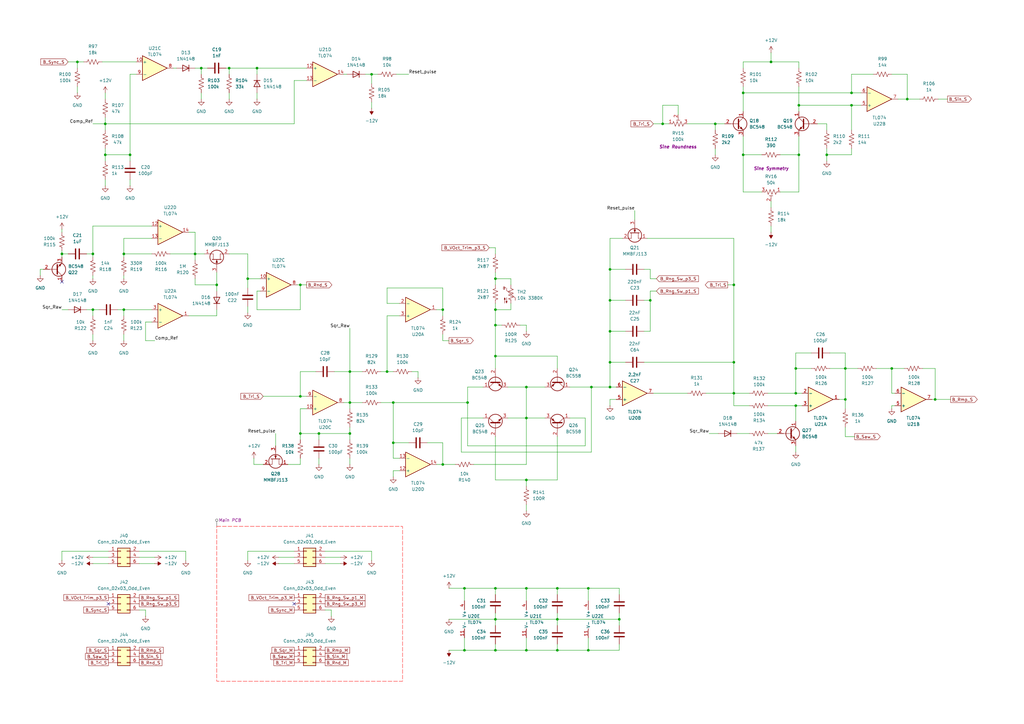
<source format=kicad_sch>
(kicad_sch (version 20250114) (generator "eeschema") (generator_version "9.0")
  (paper "A3")
  (title_block (company "DMH Instruments") (comment 1 "PCB for 10cm Kosmo format synthesizer module"))
  (junction (at 266.7 123.19))
  (junction (at 339.09 63.5))
  (junction (at 215.9 196.85))
  (junction (at 181.61 190.5))
  (junction (at 50.8 127))
  (junction (at 50.8 104.14))
  (junction (at 203.2 254))
  (junction (at 365.76 151.13))
  (junction (at 242.57 158.75))
  (junction (at 191.77 165.1))
  (junction (at 152.4 30.48))
  (junction (at 82.55 27.94))
  (junction (at 203.2 266.7))
  (junction (at 31.75 25.4))
  (junction (at 346.71 151.13))
  (junction (at 250.19 123.19))
  (junction (at 80.01 104.14))
  (junction (at 93.98 27.94))
  (junction (at 349.25 38.1))
  (junction (at 316.23 25.4))
  (junction (at 203.2 146.05))
  (junction (at 161.29 181.61))
  (junction (at 327.66 63.5))
  (junction (at 105.41 27.94))
  (junction (at 38.1 104.14))
  (junction (at 158.75 152.4))
  (junction (at 143.51 165.1))
  (junction (at 300.99 148.59))
  (junction (at 250.19 158.75))
  (junction (at 326.39 151.13))
  (junction (at 53.34 63.5))
  (junction (at 346.71 163.83))
  (junction (at 101.6 114.3))
  (junction (at 228.6 266.7))
  (junction (at 123.19 162.56))
  (junction (at 383.54 163.83))
  (junction (at 161.29 165.1))
  (junction (at 123.19 116.84))
  (junction (at 250.19 148.59))
  (junction (at 372.11 40.64))
  (junction (at 215.9 241.3))
  (junction (at 25.4 104.14))
  (junction (at 250.19 110.49))
  (junction (at 130.81 177.8))
  (junction (at 43.18 50.8))
  (junction (at 143.51 152.4))
  (junction (at 327.66 43.18))
  (junction (at 250.19 135.89))
  (junction (at 228.6 254))
  (junction (at 88.9 116.84))
  (junction (at 123.19 177.8))
  (junction (at 143.51 177.8))
  (junction (at 326.39 166.37))
  (junction (at 228.6 241.3))
  (junction (at 190.5 241.3))
  (junction (at 300.99 161.29))
  (junction (at 271.78 50.8))
  (junction (at 241.3 266.7))
  (junction (at 304.8 38.1))
  (junction (at 326.39 161.29))
  (junction (at 300.99 116.84))
  (junction (at 181.61 127))
  (junction (at 203.2 133.35))
  (junction (at 215.9 158.75))
  (junction (at 349.25 43.18))
  (junction (at 241.3 241.3))
  (junction (at 254 254))
  (junction (at 293.37 50.8))
  (junction (at 203.2 241.3))
  (junction (at 304.8 63.5))
  (junction (at 203.2 127))
  (junction (at 215.9 266.7))
  (junction (at 38.1 127))
  (junction (at 190.5 266.7))
  (junction (at 43.18 63.5))
  (junction (at 203.2 114.3))
  (junction (at 215.9 171.45))
  (no_connect (at 120.65 247.65))
  (no_connect (at 25.4 115.57))
  (no_connect (at 44.45 247.65))
  (wire (pts (xy 320.04 78.74) (xy 327.66 78.74)))
  (wire (pts (xy 130.81 177.8) (xy 130.81 180.34)))
  (wire (pts (xy 349.25 63.5) (xy 339.09 63.5)))
  (wire (pts (xy 181.61 118.11) (xy 181.61 127)))
  (wire (pts (xy 53.34 30.48) (xy 55.88 30.48)))
  (wire (pts (xy 200.66 101.6) (xy 203.2 101.6)))
  (wire (pts (xy 59.69 132.08) (xy 62.23 132.08)))
  (wire (pts (xy 228.6 254) (xy 228.6 256.54)))
  (wire (pts (xy 233.68 158.75) (xy 242.57 158.75)))
  (wire (pts (xy 77.47 95.25) (xy 80.01 95.25)))
  (wire (pts (xy 215.9 241.3) (xy 228.6 241.3)))
  (wire (pts (xy 346.71 144.78) (xy 346.71 151.13)))
  (wire (pts (xy 190.5 261.62) (xy 190.5 266.7)))
  (wire (pts (xy 43.18 38.1) (xy 43.18 40.64)))
  (wire (pts (xy 335.28 50.8) (xy 339.09 50.8)))
  (wire (pts (xy 123.19 127) (xy 123.19 116.84)))
  (wire (pts (xy 38.1 113.03) (xy 38.1 114.3)))
  (wire (pts (xy 250.19 123.19) (xy 250.19 135.89)))
  (wire (pts (xy 316.23 25.4) (xy 316.23 21.59)))
  (wire (pts (xy 163.83 193.04) (xy 161.29 193.04)))
  (wire (pts (xy 290.83 177.8) (xy 294.64 177.8)))
  (wire (pts (xy 130.81 177.8) (xy 143.51 177.8)))
  (wire (pts (xy 163.83 187.96) (xy 161.29 187.96)))
  (wire (pts (xy 365.76 151.13) (xy 365.76 161.29)))
  (wire (pts (xy 184.15 139.7) (xy 181.61 139.7)))
  (wire (pts (xy 161.29 181.61) (xy 167.64 181.61)))
  (wire (pts (xy 88.9 129.54) (xy 88.9 127)))
  (wire (pts (xy 123.19 167.64) (xy 125.73 167.64)))
  (wire (pts (xy 372.11 30.48) (xy 372.11 40.64)))
  (wire (pts (xy 123.19 177.8) (xy 130.81 177.8)))
  (wire (pts (xy 339.09 63.5) (xy 339.09 66.04)))
  (wire (pts (xy 359.41 151.13) (xy 365.76 151.13)))
  (wire (pts (xy 31.75 25.4) (xy 34.29 25.4)))
  (wire (pts (xy 105.41 30.48) (xy 105.41 27.94)))
  (wire (pts (xy 181.61 129.54) (xy 181.61 127)))
  (wire (pts (xy 152.4 226.06) (xy 152.4 229.87)))
  (wire (pts (xy 304.8 38.1) (xy 349.25 38.1)))
  (wire (pts (xy 304.8 63.5) (xy 312.42 63.5)))
  (wire (pts (xy 213.36 133.35) (xy 215.9 133.35)))
  (wire (pts (xy 205.74 133.35) (xy 203.2 133.35)))
  (wire (pts (xy 293.37 50.8) (xy 297.18 50.8)))
  (wire (pts (xy 191.77 165.1) (xy 191.77 182.88)))
  (wire (pts (xy 152.4 30.48) (xy 152.4 34.29)))
  (wire (pts (xy 266.7 135.89) (xy 266.7 123.19)))
  (wire (pts (xy 314.96 161.29) (xy 326.39 161.29)))
  (wire (pts (xy 43.18 60.96) (xy 43.18 63.5)))
  (wire (pts (xy 143.51 152.4) (xy 143.51 165.1)))
  (wire (pts (xy 228.6 196.85) (xy 228.6 179.07)))
  (wire (pts (xy 281.94 50.8) (xy 293.37 50.8)))
  (wire (pts (xy 264.16 110.49) (xy 266.7 110.49)))
  (wire (pts (xy 184.15 254) (xy 203.2 254)))
  (wire (pts (xy 143.51 175.26) (xy 143.51 177.8)))
  (wire (pts (xy 190.5 241.3) (xy 203.2 241.3)))
  (wire (pts (xy 114.3 228.6) (xy 120.65 228.6)))
  (wire (pts (xy 215.9 196.85) (xy 228.6 196.85)))
  (wire (pts (xy 43.18 48.26) (xy 43.18 50.8)))
  (wire (pts (xy 88.9 116.84) (xy 88.9 119.38)))
  (wire (pts (xy 367.03 166.37) (xy 365.76 166.37)))
  (wire (pts (xy 256.54 110.49) (xy 250.19 110.49)))
  (wire (pts (xy 365.76 166.37) (xy 365.76 167.64)))
  (wire (pts (xy 209.55 116.84) (xy 209.55 114.3)))
  (wire (pts (xy 241.3 246.38) (xy 241.3 241.3)))
  (wire (pts (xy 265.43 97.79) (xy 300.99 97.79)))
  (wire (pts (xy 38.1 137.16) (xy 38.1 139.7)))
  (wire (pts (xy 250.19 148.59) (xy 250.19 158.75)))
  (wire (pts (xy 143.51 177.8) (xy 143.51 180.34)))
  (wire (pts (xy 215.9 196.85) (xy 215.9 199.39)))
  (wire (pts (xy 121.92 116.84) (xy 123.19 116.84)))
  (wire (pts (xy 101.6 114.3) (xy 106.68 114.3)))
  (wire (pts (xy 215.9 190.5) (xy 215.9 171.45)))
  (wire (pts (xy 372.11 40.64) (xy 368.3 40.64)))
  (wire (pts (xy 266.7 114.3) (xy 266.7 110.49)))
  (wire (pts (xy 50.8 104.14) (xy 62.23 104.14)))
  (wire (pts (xy 240.03 171.45) (xy 233.68 171.45)))
  (wire (pts (xy 38.1 92.71) (xy 62.23 92.71)))
  (wire (pts (xy 35.56 104.14) (xy 38.1 104.14)))
  (wire (pts (xy 25.4 104.14) (xy 27.94 104.14)))
  (wire (pts (xy 50.8 127) (xy 50.8 129.54)))
  (wire (pts (xy 62.23 97.79) (xy 50.8 97.79)))
  (wire (pts (xy 256.54 148.59) (xy 250.19 148.59)))
  (wire (pts (xy 43.18 63.5) (xy 53.34 63.5)))
  (wire (pts (xy 203.2 264.16) (xy 203.2 266.7)))
  (wire (pts (xy 241.3 241.3) (xy 254 241.3)))
  (wire (pts (xy 203.2 114.3) (xy 209.55 114.3)))
  (wire (pts (xy 80.01 104.14) (xy 80.01 106.68)))
  (wire (pts (xy 158.75 129.54) (xy 158.75 152.4)))
  (wire (pts (xy 198.12 171.45) (xy 189.23 171.45)))
  (wire (pts (xy 339.09 50.8) (xy 339.09 53.34)))
  (wire (pts (xy 241.3 266.7) (xy 254 266.7)))
  (wire (pts (xy 123.19 177.8) (xy 123.19 180.34)))
  (wire (pts (xy 80.01 116.84) (xy 80.01 114.3)))
  (wire (pts (xy 158.75 124.46) (xy 158.75 118.11)))
  (wire (pts (xy 383.54 163.83) (xy 382.27 163.83)))
  (wire (pts (xy 113.03 177.8) (xy 113.03 182.88)))
  (wire (pts (xy 327.66 43.18) (xy 327.66 45.72)))
  (wire (pts (xy 143.51 134.62) (xy 143.51 152.4)))
  (wire (pts (xy 256.54 123.19) (xy 250.19 123.19)))
  (wire (pts (xy 228.6 251.46) (xy 228.6 254)))
  (wire (pts (xy 107.95 162.56) (xy 123.19 162.56)))
  (wire (pts (xy 203.2 146.05) (xy 203.2 151.13)))
  (wire (pts (xy 101.6 114.3) (xy 101.6 118.11)))
  (wire (pts (xy 242.57 185.42) (xy 242.57 158.75)))
  (wire (pts (xy 123.19 190.5) (xy 123.19 187.96)))
  (wire (pts (xy 326.39 166.37) (xy 326.39 172.72)))
  (wire (pts (xy 80.01 95.25) (xy 80.01 104.14)))
  (wire (pts (xy 241.3 261.62) (xy 241.3 266.7)))
  (wire (pts (xy 228.6 241.3) (xy 228.6 243.84)))
  (wire (pts (xy 129.54 152.4) (xy 123.19 152.4)))
  (wire (pts (xy 50.8 137.16) (xy 50.8 139.7)))
  (wire (pts (xy 304.8 35.56) (xy 304.8 38.1)))
  (wire (pts (xy 250.19 110.49) (xy 250.19 123.19)))
  (wire (pts (xy 135.89 250.19) (xy 133.35 250.19)))
  (wire (pts (xy 38.1 104.14) (xy 38.1 105.41)))
  (wire (pts (xy 161.29 165.1) (xy 191.77 165.1)))
  (wire (pts (xy 304.8 27.94) (xy 304.8 25.4)))
  (wire (pts (xy 152.4 41.91) (xy 152.4 44.45)))
  (wire (pts (xy 203.2 114.3) (xy 203.2 116.84)))
  (wire (pts (xy 203.2 254) (xy 228.6 254)))
  (wire (pts (xy 101.6 104.14) (xy 101.6 114.3)))
  (wire (pts (xy 326.39 182.88) (xy 326.39 185.42)))
  (wire (pts (xy 59.69 252.73) (xy 59.69 250.19)))
  (wire (pts (xy 123.19 167.64) (xy 123.19 177.8)))
  (wire (pts (xy 31.75 35.56) (xy 31.75 38.1)))
  (wire (pts (xy 125.73 33.02) (xy 120.65 33.02)))
  (wire (pts (xy 304.8 25.4) (xy 316.23 25.4)))
  (wire (pts (xy 181.61 190.5) (xy 181.61 181.61)))
  (wire (pts (xy 203.2 251.46) (xy 203.2 254)))
  (wire (pts (xy 300.99 148.59) (xy 300.99 161.29)))
  (wire (pts (xy 240.03 182.88) (xy 240.03 171.45)))
  (wire (pts (xy 43.18 50.8) (xy 120.65 50.8)))
  (wire (pts (xy 101.6 104.14) (xy 93.98 104.14)))
  (wire (pts (xy 59.69 139.7) (xy 63.5 139.7)))
  (wire (pts (xy 53.34 73.66) (xy 53.34 76.2)))
  (wire (pts (xy 191.77 182.88) (xy 240.03 182.88)))
  (wire (pts (xy 271.78 43.18) (xy 271.78 50.8)))
  (wire (pts (xy 162.56 30.48) (xy 167.64 30.48)))
  (wire (pts (xy 278.13 43.18) (xy 271.78 43.18)))
  (wire (pts (xy 266.7 114.3) (xy 269.24 114.3)))
  (wire (pts (xy 260.35 86.36) (xy 260.35 90.17)))
  (wire (pts (xy 179.07 190.5) (xy 181.61 190.5)))
  (wire (pts (xy 82.55 38.1) (xy 82.55 40.64)))
  (wire (pts (xy 215.9 246.38) (xy 215.9 241.3)))
  (wire (pts (xy 316.23 82.55) (xy 316.23 85.09)))
  (wire (pts (xy 304.8 55.88) (xy 304.8 63.5)))
  (wire (pts (xy 215.9 158.75) (xy 223.52 158.75)))
  (wire (pts (xy 76.2 226.06) (xy 57.15 226.06)))
  (wire (pts (xy 215.9 241.3) (xy 203.2 241.3)))
  (wire (pts (xy 340.36 151.13) (xy 346.71 151.13)))
  (wire (pts (xy 189.23 171.45) (xy 189.23 185.42)))
  (wire (pts (xy 203.2 133.35) (xy 203.2 146.05)))
  (wire (pts (xy 93.98 27.94) (xy 93.98 30.48)))
  (wire (pts (xy 203.2 127) (xy 209.55 127)))
  (wire (pts (xy 43.18 73.66) (xy 43.18 76.2)))
  (wire (pts (xy 215.9 266.7) (xy 203.2 266.7)))
  (wire (pts (xy 101.6 125.73) (xy 101.6 128.27)))
  (wire (pts (xy 76.2 229.87) (xy 76.2 226.06)))
  (wire (pts (xy 143.51 187.96) (xy 143.51 190.5)))
  (wire (pts (xy 50.8 97.79) (xy 50.8 104.14)))
  (wire (pts (xy 93.98 27.94) (xy 105.41 27.94)))
  (wire (pts (xy 105.41 127) (xy 123.19 127)))
  (wire (pts (xy 59.69 250.19) (xy 57.15 250.19)))
  (wire (pts (xy 123.19 152.4) (xy 123.19 162.56)))
  (wire (pts (xy 140.97 30.48) (xy 142.24 30.48)))
  (wire (pts (xy 50.8 113.03) (xy 50.8 114.3)))
  (wire (pts (xy 190.5 266.7) (xy 203.2 266.7)))
  (wire (pts (xy 254 251.46) (xy 254 254)))
  (wire (pts (xy 156.21 165.1) (xy 161.29 165.1)))
  (wire (pts (xy 346.71 163.83) (xy 344.17 163.83)))
  (wire (pts (xy 358.14 30.48) (xy 349.25 30.48)))
  (wire (pts (xy 184.15 241.3) (xy 190.5 241.3)))
  (wire (pts (xy 228.6 146.05) (xy 228.6 151.13)))
  (wire (pts (xy 326.39 144.78) (xy 326.39 151.13)))
  (wire (pts (xy 118.11 190.5) (xy 123.19 190.5)))
  (wire (pts (xy 92.71 27.94) (xy 93.98 27.94)))
  (wire (pts (xy 326.39 166.37) (xy 328.93 166.37)))
  (wire (pts (xy 255.27 97.79) (xy 250.19 97.79)))
  (wire (pts (xy 158.75 118.11) (xy 181.61 118.11)))
  (wire (pts (xy 41.91 25.4) (xy 55.88 25.4)))
  (wire (pts (xy 372.11 40.64) (xy 377.19 40.64)))
  (wire (pts (xy 143.51 152.4) (xy 137.16 152.4)))
  (wire (pts (xy 105.41 38.1) (xy 105.41 40.64)))
  (wire (pts (xy 27.94 25.4) (xy 31.75 25.4)))
  (wire (pts (xy 370.84 151.13) (xy 365.76 151.13)))
  (wire (pts (xy 314.96 177.8) (xy 318.77 177.8)))
  (wire (pts (xy 346.71 179.07) (xy 346.71 175.26)))
  (wire (pts (xy 161.29 165.1) (xy 161.29 181.61)))
  (wire (pts (xy 203.2 196.85) (xy 215.9 196.85)))
  (wire (pts (xy 365.76 30.48) (xy 372.11 30.48)))
  (wire (pts (xy 250.19 135.89) (xy 256.54 135.89)))
  (wire (pts (xy 228.6 264.16) (xy 228.6 266.7)))
  (wire (pts (xy 105.41 119.38) (xy 105.41 127)))
  (wire (pts (xy 161.29 193.04) (xy 161.29 195.58)))
  (wire (pts (xy 327.66 43.18) (xy 349.25 43.18)))
  (wire (pts (xy 191.77 158.75) (xy 191.77 165.1)))
  (wire (pts (xy 293.37 60.96) (xy 293.37 63.5)))
  (wire (pts (xy 250.19 97.79) (xy 250.19 110.49)))
  (wire (pts (xy 349.25 38.1) (xy 353.06 38.1)))
  (wire (pts (xy 82.55 27.94) (xy 82.55 30.48)))
  (wire (pts (xy 203.2 179.07) (xy 203.2 196.85)))
  (wire (pts (xy 316.23 92.71) (xy 316.23 95.25)))
  (wire (pts (xy 215.9 261.62) (xy 215.9 266.7)))
  (wire (pts (xy 340.36 144.78) (xy 346.71 144.78)))
  (wire (pts (xy 133.35 228.6) (xy 139.7 228.6)))
  (wire (pts (xy 149.86 30.48) (xy 152.4 30.48)))
  (wire (pts (xy 101.6 229.87) (xy 101.6 226.06)))
  (wire (pts (xy 158.75 129.54) (xy 163.83 129.54)))
  (wire (pts (xy 349.25 43.18) (xy 349.25 53.34)))
  (wire (pts (xy 203.2 146.05) (xy 228.6 146.05)))
  (wire (pts (xy 38.1 231.14) (xy 44.45 231.14)))
  (wire (pts (xy 266.7 119.38) (xy 266.7 123.19)))
  (wire (pts (xy 143.51 165.1) (xy 148.59 165.1)))
  (wire (pts (xy 179.07 127) (xy 181.61 127)))
  (wire (pts (xy 57.15 231.14) (xy 63.5 231.14)))
  (wire (pts (xy 215.9 207.01) (xy 215.9 209.55)))
  (wire (pts (xy 25.4 102.87) (xy 25.4 104.14)))
  (wire (pts (xy 82.55 27.94) (xy 85.09 27.94)))
  (wire (pts (xy 349.25 30.48) (xy 349.25 38.1)))
  (wire (pts (xy 184.15 266.7) (xy 190.5 266.7)))
  (wire (pts (xy 25.4 226.06) (xy 44.45 226.06)))
  (wire (pts (xy 25.4 93.98) (xy 25.4 95.25)))
  (wire (pts (xy 88.9 111.76) (xy 88.9 116.84)))
  (wire (pts (xy 43.18 50.8) (xy 43.18 53.34)))
  (wire (pts (xy 181.61 181.61) (xy 175.26 181.61)))
  (wire (pts (xy 383.54 151.13) (xy 383.54 163.83)))
  (wire (pts (xy 250.19 158.75) (xy 252.73 158.75)))
  (wire (pts (xy 38.1 127) (xy 40.64 127)))
  (wire (pts (xy 278.13 46.99) (xy 278.13 43.18)))
  (wire (pts (xy 156.21 152.4) (xy 158.75 152.4)))
  (wire (pts (xy 106.68 119.38) (xy 105.41 119.38)))
  (wire (pts (xy 161.29 187.96) (xy 161.29 181.61)))
  (wire (pts (xy 123.19 116.84) (xy 125.73 116.84)))
  (wire (pts (xy 327.66 35.56) (xy 327.66 43.18)))
  (wire (pts (xy 77.47 129.54) (xy 88.9 129.54)))
  (wire (pts (xy 339.09 60.96) (xy 339.09 63.5)))
  (wire (pts (xy 346.71 151.13) (xy 351.79 151.13)))
  (wire (pts (xy 254 264.16) (xy 254 266.7)))
  (wire (pts (xy 252.73 163.83) (xy 250.19 163.83)))
  (wire (pts (xy 293.37 50.8) (xy 293.37 53.34)))
  (wire (pts (xy 208.28 171.45) (xy 215.9 171.45)))
  (wire (pts (xy 267.97 50.8) (xy 271.78 50.8)))
  (wire (pts (xy 80.01 27.94) (xy 82.55 27.94)))
  (wire (pts (xy 203.2 127) (xy 203.2 133.35)))
  (wire (pts (xy 326.39 151.13) (xy 326.39 161.29)))
  (wire (pts (xy 16.51 110.49) (xy 16.51 113.03)))
  (wire (pts (xy 203.2 241.3) (xy 203.2 243.84)))
  (wire (pts (xy 264.16 135.89) (xy 266.7 135.89)))
  (wire (pts (xy 53.34 63.5) (xy 53.34 66.04)))
  (wire (pts (xy 38.1 228.6) (xy 44.45 228.6)))
  (wire (pts (xy 215.9 133.35) (xy 215.9 135.89)))
  (wire (pts (xy 50.8 104.14) (xy 50.8 105.41)))
  (wire (pts (xy 264.16 123.19) (xy 266.7 123.19)))
  (wire (pts (xy 50.8 127) (xy 62.23 127)))
  (wire (pts (xy 25.4 104.14) (xy 25.4 105.41)))
  (wire (pts (xy 38.1 92.71) (xy 38.1 104.14)))
  (wire (pts (xy 346.71 167.64) (xy 346.71 163.83)))
  (wire (pts (xy 203.2 101.6) (xy 203.2 104.14)))
  (wire (pts (xy 203.2 124.46) (xy 203.2 127)))
  (wire (pts (xy 327.66 63.5) (xy 327.66 78.74)))
  (wire (pts (xy 181.61 190.5) (xy 186.69 190.5)))
  (wire (pts (xy 289.56 161.29) (xy 300.99 161.29)))
  (wire (pts (xy 57.15 228.6) (xy 63.5 228.6)))
  (wire (pts (xy 215.9 266.7) (xy 228.6 266.7)))
  (wire (pts (xy 143.51 165.1) (xy 143.51 167.64)))
  (wire (pts (xy 69.85 104.14) (xy 80.01 104.14)))
  (wire (pts (xy 120.65 33.02) (xy 120.65 50.8)))
  (wire (pts (xy 16.51 110.49) (xy 17.78 110.49)))
  (wire (pts (xy 104.14 190.5) (xy 104.14 187.96)))
  (wire (pts (xy 48.26 127) (xy 50.8 127)))
  (wire (pts (xy 25.4 229.87) (xy 25.4 226.06)))
  (wire (pts (xy 302.26 177.8) (xy 307.34 177.8)))
  (wire (pts (xy 163.83 124.46) (xy 158.75 124.46)))
  (wire (pts (xy 332.74 151.13) (xy 326.39 151.13)))
  (wire (pts (xy 133.35 231.14) (xy 139.7 231.14)))
  (wire (pts (xy 43.18 63.5) (xy 43.18 66.04)))
  (wire (pts (xy 264.16 148.59) (xy 300.99 148.59)))
  (wire (pts (xy 327.66 63.5) (xy 327.66 55.88)))
  (wire (pts (xy 190.5 241.3) (xy 190.5 246.38)))
  (wire (pts (xy 198.12 158.75) (xy 191.77 158.75)))
  (wire (pts (xy 59.69 132.08) (xy 59.69 139.7)))
  (wire (pts (xy 312.42 78.74) (xy 304.8 78.74)))
  (wire (pts (xy 25.4 127) (xy 27.94 127)))
  (wire (pts (xy 148.59 152.4) (xy 143.51 152.4)))
  (wire (pts (xy 266.7 119.38) (xy 269.24 119.38)))
  (wire (pts (xy 71.12 27.94) (xy 72.39 27.94)))
  (wire (pts (xy 189.23 185.42) (xy 242.57 185.42)))
  (wire (pts (xy 228.6 266.7) (xy 241.3 266.7)))
  (wire (pts (xy 300.99 97.79) (xy 300.99 116.84)))
  (wire (pts (xy 228.6 241.3) (xy 241.3 241.3)))
  (wire (pts (xy 38.1 50.8) (xy 43.18 50.8)))
  (wire (pts (xy 209.55 124.46) (xy 209.55 127)))
  (wire (pts (xy 168.91 152.4) (xy 171.45 152.4)))
  (wire (pts (xy 38.1 127) (xy 38.1 129.54)))
  (wire (pts (xy 203.2 111.76) (xy 203.2 114.3)))
  (wire (pts (xy 228.6 254) (xy 254 254)))
  (wire (pts (xy 80.01 116.84) (xy 88.9 116.84)))
  (wire (pts (xy 215.9 171.45) (xy 223.52 171.45)))
  (wire (pts (xy 304.8 38.1) (xy 304.8 45.72)))
  (wire (pts (xy 107.95 190.5) (xy 104.14 190.5)))
  (wire (pts (xy 254 241.3) (xy 254 243.84)))
  (wire (pts (xy 93.98 38.1) (xy 93.98 40.64)))
  (wire (pts (xy 31.75 25.4) (xy 31.75 27.94)))
  (wire (pts (xy 271.78 50.8) (xy 274.32 50.8)))
  (wire (pts (xy 383.54 163.83) (xy 389.89 163.83)))
  (wire (pts (xy 194.31 190.5) (xy 215.9 190.5)))
  (wire (pts (xy 327.66 27.94) (xy 327.66 25.4)))
  (wire (pts (xy 365.76 161.29) (xy 367.03 161.29)))
  (wire (pts (xy 349.25 60.96) (xy 349.25 63.5)))
  (wire (pts (xy 300.99 166.37) (xy 300.99 161.29)))
  (wire (pts (xy 298.45 116.84) (xy 300.99 116.84)))
  (wire (pts (xy 114.3 231.14) (xy 120.65 231.14)))
  (wire (pts (xy 378.46 151.13) (xy 383.54 151.13)))
  (wire (pts (xy 135.89 252.73) (xy 135.89 250.19)))
  (wire (pts (xy 203.2 254) (xy 203.2 256.54)))
  (wire (pts (xy 133.35 226.06) (xy 152.4 226.06)))
  (wire (pts (xy 300.99 161.29) (xy 307.34 161.29)))
  (wire (pts (xy 300.99 116.84) (xy 300.99 148.59)))
  (wire (pts (xy 35.56 127) (xy 38.1 127)))
  (wire (pts (xy 250.19 163.83) (xy 250.19 166.37)))
  (wire (pts (xy 158.75 152.4) (xy 161.29 152.4)))
  (wire (pts (xy 140.97 165.1) (xy 143.51 165.1)))
  (wire (pts (xy 327.66 25.4) (xy 316.23 25.4)))
  (wire (pts (xy 349.25 43.18) (xy 353.06 43.18)))
  (wire (pts (xy 215.9 158.75) (xy 215.9 171.45)))
  (wire (pts (xy 346.71 179.07) (xy 350.52 179.07)))
  (wire (pts (xy 307.34 166.37) (xy 300.99 166.37)))
  (wire (pts (xy 80.01 104.14) (xy 83.82 104.14)))
  (wire (pts (xy 346.71 151.13) (xy 346.71 163.83)))
  (wire (pts (xy 181.61 139.7) (xy 181.61 137.16)))
  (wire (pts (xy 130.81 187.96) (xy 130.81 190.5)))
  (wire (pts (xy 105.41 27.94) (xy 125.73 27.94)))
  (wire (pts (xy 101.6 226.06) (xy 120.65 226.06)))
  (wire (pts (xy 320.04 63.5) (xy 327.66 63.5)))
  (wire (pts (xy 250.19 135.89) (xy 250.19 148.59)))
  (wire (pts (xy 208.28 158.75) (xy 215.9 158.75)))
  (wire (pts (xy 314.96 166.37) (xy 326.39 166.37)))
  (wire (pts (xy 304.8 78.74) (xy 304.8 63.5)))
  (wire (pts (xy 123.19 162.56) (xy 125.73 162.56)))
  (wire (pts (xy 53.34 30.48) (xy 53.34 63.5)))
  (wire (pts (xy 326.39 161.29) (xy 328.93 161.29)))
  (wire (pts (xy 254 254) (xy 254 256.54)))
  (wire (pts (xy 152.4 30.48) (xy 154.94 30.48)))
  (wire (pts (xy 384.81 40.64) (xy 388.62 40.64)))
  (wire (pts (xy 267.97 161.29) (xy 281.94 161.29)))
  (wire (pts (xy 242.57 158.75) (xy 250.19 158.75)))
  (wire (pts (xy 332.74 144.78) (xy 326.39 144.78)))
  (wire (pts (xy 171.45 152.4) (xy 171.45 154.94)))
  (label "Reset_pulse" (at 260.35 86.36 180))
  (label "Sqr_Raw" (at 143.51 134.62 180))
  (label "Sqr_Raw" (at 25.4 127 180))
  (label "Reset_pulse" (at 113.03 177.8 180))
  (label "Reset_pulse" (at 167.64 30.48 0))
  (label "Comp_Ref" (at 38.1 50.8 180))
  (label "Sqr_Raw" (at 290.83 177.8 180))
  (label "Comp_Ref" (at 63.5 139.7 0))
  (global_label "B_Rmp_M" (shape passive) (at 133.35 266.7 0) (property "Intersheetrefs" "${INTERSHEET_REFS}" (effects (hide yes))))
  (global_label "B_Tri_S" (shape input) (at 267.97 50.8 180) (property "Intersheetrefs" "${INTERSHEET_REFS}" (effects (hide yes))))
  (global_label "B_Tri_S" (shape passive) (at 44.45 271.78 180) (property "Intersheetrefs" "${INTERSHEET_REFS}" (effects (hide yes))))
  (global_label "B_Rng_Sw_p3_S" (shape input) (at 269.24 114.3 0) (property "Intersheetrefs" "${INTERSHEET_REFS}" (effects (hide yes))))
  (global_label "B_Rng_Sw_p1_M" (shape passive) (at 133.35 245.11 0) (property "Intersheetrefs" "${INTERSHEET_REFS}" (effects (hide yes))))
  (global_label "B_Tri_S" (shape input) (at 107.95 162.56 180) (property "Intersheetrefs" "${INTERSHEET_REFS}" (effects (hide yes))))
  (global_label "B_Saw_S" (shape passive) (at 44.45 269.24 180) (property "Intersheetrefs" "${INTERSHEET_REFS}" (effects (hide yes))))
  (global_label "B_Rmp_S" (shape passive) (at 57.15 266.7 0) (property "Intersheetrefs" "${INTERSHEET_REFS}" (effects (hide yes))))
  (global_label "B_Saw_S" (shape output) (at 350.52 179.07 0) (property "Intersheetrefs" "${INTERSHEET_REFS}" (effects (hide yes))))
  (global_label "B_Rnd_S" (shape output) (at 125.73 116.84 0) (property "Intersheetrefs" "${INTERSHEET_REFS}" (effects (hide yes))))
  (global_label "B_Rng_Sw_p3_M" (shape passive) (at 133.35 247.65 0) (property "Intersheetrefs" "${INTERSHEET_REFS}" (effects (hide yes))))
  (global_label "B_Sin_M" (shape passive) (at 133.35 269.24 0) (property "Intersheetrefs" "${INTERSHEET_REFS}" (effects (hide yes))))
  (global_label "B_Sin_S" (shape output) (at 388.62 40.64 0) (property "Intersheetrefs" "${INTERSHEET_REFS}" (effects (hide yes))))
  (global_label "B_Sqr_S" (shape passive) (at 44.45 266.7 180) (property "Intersheetrefs" "${INTERSHEET_REFS}" (effects (hide yes))))
  (global_label "B_Sin_S" (shape passive) (at 57.15 269.24 0) (property "Intersheetrefs" "${INTERSHEET_REFS}" (effects (hide yes))))
  (global_label "B_Sync_S" (shape input) (at 27.94 25.4 180) (property "Intersheetrefs" "${INTERSHEET_REFS}" (effects (hide yes))))
  (global_label "B_Tri_S" (shape output) (at 298.45 116.84 180) (property "Intersheetrefs" "${INTERSHEET_REFS}" (effects (hide yes))))
  (global_label "B_Sqr_M" (shape passive) (at 120.65 266.7 180) (property "Intersheetrefs" "${INTERSHEET_REFS}" (effects (hide yes))))
  (global_label "B_Rng_Sw_p1_S" (shape passive) (at 57.15 245.11 0) (property "Intersheetrefs" "${INTERSHEET_REFS}" (effects (hide yes))))
  (global_label "B_Rnd_S" (shape passive) (at 57.15 271.78 0) (property "Intersheetrefs" "${INTERSHEET_REFS}" (effects (hide yes))))
  (global_label "B_VOct_Trim_p3_S" (shape passive) (at 44.45 245.11 180) (property "Intersheetrefs" "${INTERSHEET_REFS}" (effects (hide yes))))
  (global_label "B_VOct_Trim_p3_S" (shape input) (at 200.66 101.6 180) (property "Intersheetrefs" "${INTERSHEET_REFS}" (effects (hide yes))))
  (global_label "B_Sync_S" (shape passive) (at 44.45 250.19 180) (property "Intersheetrefs" "${INTERSHEET_REFS}" (effects (hide yes))))
  (global_label "B_Saw_M" (shape passive) (at 120.65 269.24 180) (property "Intersheetrefs" "${INTERSHEET_REFS}" (effects (hide yes))))
  (global_label "B_Rnd_M" (shape passive) (at 133.35 271.78 0) (property "Intersheetrefs" "${INTERSHEET_REFS}" (effects (hide yes))))
  (global_label "B_Tri_M" (shape passive) (at 120.65 271.78 180) (property "Intersheetrefs" "${INTERSHEET_REFS}" (effects (hide yes))))
  (global_label "B_Rng_Sw_p3_S" (shape passive) (at 57.15 247.65 0) (property "Intersheetrefs" "${INTERSHEET_REFS}" (effects (hide yes))))
  (global_label "B_Sync_M" (shape passive) (at 120.65 250.19 180) (property "Intersheetrefs" "${INTERSHEET_REFS}" (effects (hide yes))))
  (global_label "B_VOct_Trim_p3_M" (shape passive) (at 120.65 245.11 180) (property "Intersheetrefs" "${INTERSHEET_REFS}" (effects (hide yes))))
  (global_label "B_Rmp_S" (shape output) (at 389.89 163.83 0) (property "Intersheetrefs" "${INTERSHEET_REFS}" (effects (hide yes))))
  (global_label "B_Sqr_S" (shape output) (at 184.15 139.7 0) (property "Intersheetrefs" "${INTERSHEET_REFS}" (effects (hide yes))))
  (global_label "B_Rng_Sw_p1_S" (shape input) (at 269.24 119.38 0) (property "Intersheetrefs" "${INTERSHEET_REFS}" (effects (hide yes))))
  (rule_area (polyline (pts (xy 88.9 215.9) (xy 165.1 215.9) (xy 165.1 279.4) (xy 88.9 279.4)) (stroke (width 0) (type dash))))
  (netclass_flag "" (length 2.54) (shape round) (at 88.9 215.9 0) (property "Component Class" "Main PCB" (at 89.5985 213.36 0) (effects (font (italic yes)) (justify left))))
  (symbol (lib_id "Connector_Generic:Conn_02x03_Odd_Even") (at 49.53 228.6 0) (unit 1) (on_board no)
    (property "Reference" "J40" (at 50.8 219.71 0))
    (property "Value" "Conn_02x03_Odd_Even" (at 50.8 222.25 0))
    (property "Footprint" "Connector_PinHeader_2.54mm:PinHeader_2x03_P2.54mm_Horizontal" (effects (hide yes)))
    (property "Description" "Generic connector, double row, 02x03, odd/even pin numbering scheme (row 1 odd numbers, row 2 even numbers), script generated (kicad-library-utils/schlib/autogen/connector/)" (effects (hide yes)))
  )
  (symbol (lib_id "Amplifier_Operational:TL074") (at 243.84 254 0) (unit 5) (on_board no)
    (property "Reference" "U22" (at 242.57 252.7299 0) (effects (justify left)))
    (property "Value" "TL074" (at 242.57 255.2699 0) (effects (justify left)))
    (property "Footprint" "Package_DIP:DIP-14_W7.62mm_Socket" (effects (hide yes)))
    (property "Datasheet" "http://www.ti.com/lit/ds/symlink/tl071.pdf" (effects (hide yes)))
    (property "Description" "Quad Low-Noise JFET-Input Operational Amplifiers, DIP-14/SOIC-14" (effects (hide yes)))
  )
  (symbol (lib_id "power:+12V") (at 38.1 228.6 90) (unit 1) (on_board no)
    (property "Reference" "#PWR0132" (effects (hide yes)))
    (property "Value" "+12V" (at 34.29 228.5999 90) (effects (justify left)))
    (property "Description" "Power symbol creates a global label with name \"+12V\"" (effects (hide yes)))
  )
  (symbol (lib_id "Amplifier_Operational:TL074") (at 336.55 163.83 0) (mirror x) (unit 1) (on_board no)
    (property "Reference" "U21" (at 336.55 173.99 0))
    (property "Value" "TL074" (at 336.55 171.45 0))
    (property "Footprint" "Package_DIP:DIP-14_W7.62mm_Socket" (effects (hide yes)))
    (property "Datasheet" "http://www.ti.com/lit/ds/symlink/tl071.pdf" (effects (hide yes)))
    (property "Description" "Quad Low-Noise JFET-Input Operational Amplifiers, DIP-14/SOIC-14" (effects (hide yes)))
  )
  (symbol (lib_id "power:GND") (at 339.09 66.04 0) (unit 1) (on_board no)
    (property "Reference" "#PWR0111" (effects (hide yes)))
    (property "Value" "GND" (at 339.09 71.12 0))
    (property "Description" "Power symbol creates a global label with name \"GND\" , ground" (effects (hide yes)))
  )
  (symbol (lib_id "power:GND") (at 101.6 128.27 0) (unit 1) (on_board no)
    (property "Reference" "#PWR0119" (effects (hide yes)))
    (property "Value" "GND" (at 101.6 133.35 0))
    (property "Description" "Power symbol creates a global label with name \"GND\" , ground" (effects (hide yes)))
  )
  (symbol (lib_id "Device:R_US") (at 82.55 34.29 0) (unit 1) (on_board no)
    (property "Reference" "R103" (at 85.09 33.0199 0) (effects (justify left)))
    (property "Value" "100k" (at 85.09 35.5599 0) (effects (justify left)))
    (property "Footprint" "Resistor_THT:R_Axial_DIN0207_L6.3mm_D2.5mm_P7.62mm_Horizontal" (effects (hide yes)))
    (property "Description" "Resistor, US symbol" (effects (hide yes)))
  )
  (symbol (lib_id "Device:D") (at 88.9 123.19 270) (mirror x) (unit 1) (on_board no)
    (property "Reference" "D16" (at 86.36 121.9199 90) (effects (justify right)))
    (property "Value" "1N4148" (at 86.36 124.4599 90) (effects (justify right)))
    (property "Footprint" "Diode_THT:D_DO-35_SOD27_P7.62mm_Horizontal" (effects (hide yes)))
    (property "Description" "Diode" (effects (hide yes)))
    (property "Sim.Device" "D" (effects (hide yes)))
    (property "Sim.Pins" "1=K 2=A" (effects (hide yes)))
  )
  (symbol (lib_id "power:-12V") (at 38.1 231.14 90) (unit 1) (on_board no)
    (property "Reference" "#PWR0140" (effects (hide yes)))
    (property "Value" "-12V" (at 34.29 231.1399 90) (effects (justify left)))
    (property "Description" "Power symbol creates a global label with name \"-12V\"" (effects (hide yes)))
  )
  (symbol (lib_id "power:GND") (at 50.8 114.3 0) (unit 1) (on_board no)
    (property "Reference" "#PWR0118" (effects (hide yes)))
    (property "Value" "GND" (at 50.8 119.38 0))
    (property "Description" "Power symbol creates a global label with name \"GND\" , ground" (effects (hide yes)))
  )
  (symbol (lib_id "Device:R_US") (at 143.51 171.45 0) (unit 1) (on_board no)
    (property "Reference" "R135" (at 146.05 170.1799 0) (effects (justify left)))
    (property "Value" "82k" (at 146.05 172.7199 0) (effects (justify left)))
    (property "Footprint" "Resistor_THT:R_Axial_DIN0207_L6.3mm_D2.5mm_P7.62mm_Horizontal" (effects (hide yes)))
    (property "Description" "Resistor, US symbol" (effects (hide yes)))
  )
  (symbol (lib_id "power:GND") (at 326.39 185.42 0) (unit 1) (on_board no)
    (property "Reference" "#PWR0126" (effects (hide yes)))
    (property "Value" "GND" (at 326.39 190.5 0))
    (property "Description" "Power symbol creates a global label with name \"GND\" , ground" (effects (hide yes)))
  )
  (symbol (lib_id "Amplifier_Operational:TL074") (at 133.35 165.1 0) (mirror x) (unit 3) (on_board no)
    (property "Reference" "U20" (at 133.35 175.26 0))
    (property "Value" "TL074" (at 133.35 172.72 0))
    (property "Footprint" "Package_DIP:DIP-14_W7.62mm_Socket" (effects (hide yes)))
    (property "Datasheet" "http://www.ti.com/lit/ds/symlink/tl071.pdf" (effects (hide yes)))
    (property "Description" "Quad Low-Noise JFET-Input Operational Amplifiers, DIP-14/SOIC-14" (effects (hide yes)))
  )
  (symbol (lib_id "Device:R_US") (at 66.04 104.14 270) (mirror x) (unit 1) (on_board no)
    (property "Reference" "R116" (at 66.04 110.49 90))
    (property "Value" "100k" (at 66.04 107.95 90))
    (property "Footprint" "Resistor_THT:R_Axial_DIN0207_L6.3mm_D2.5mm_P7.62mm_Horizontal" (effects (hide yes)))
    (property "Description" "Resistor, US symbol" (effects (hide yes)))
  )
  (symbol (lib_id "Device:C") (at 260.35 110.49 90) (mirror x) (unit 1) (on_board no)
    (property "Reference" "C23" (at 260.35 118.11 90))
    (property "Value" "220nF" (at 260.35 115.57 90))
    (property "Footprint" "Capacitor_THT:C_Disc_D4.3mm_W1.9mm_P5.00mm" (effects (hide yes)))
    (property "Description" "Unpolarized capacitor" (effects (hide yes)))
  )
  (symbol (lib_id "power:GND") (at 161.29 195.58 0) (unit 1) (on_board no)
    (property "Reference" "#PWR0130" (effects (hide yes)))
    (property "Value" "GND" (at 161.29 200.66 0))
    (property "Description" "Power symbol creates a global label with name \"GND\" , ground" (effects (hide yes)))
  )
  (symbol (lib_id "Device:R_US") (at 374.65 151.13 90) (mirror x) (unit 1) (on_board no)
    (property "Reference" "R128" (at 374.904 157.226 90))
    (property "Value" "100k" (at 374.904 154.686 90))
    (property "Footprint" "Resistor_THT:R_Axial_DIN0207_L6.3mm_D2.5mm_P7.62mm_Horizontal" (effects (hide yes)))
    (property "Description" "Resistor, US symbol" (effects (hide yes)))
  )
  (symbol (lib_id "Device:R_US") (at 38.1 25.4 90) (unit 1) (on_board no)
    (property "Reference" "R97" (at 38.1 19.05 90))
    (property "Value" "18k" (at 38.1 21.59 90))
    (property "Footprint" "Resistor_THT:R_Axial_DIN0207_L6.3mm_D2.5mm_P7.62mm_Horizontal" (effects (hide yes)))
    (property "Description" "Resistor, US symbol" (effects (hide yes)))
  )
  (symbol (lib_id "Device:R_US") (at 311.15 177.8 90) (mirror x) (unit 1) (on_board no)
    (property "Reference" "R137" (at 311.15 184.15 90))
    (property "Value" "47k" (at 311.15 181.61 90))
    (property "Footprint" "Resistor_THT:R_Axial_DIN0207_L6.3mm_D2.5mm_P7.62mm_Horizontal" (effects (hide yes)))
    (property "Description" "Resistor, US symbol" (effects (hide yes)))
  )
  (symbol (lib_id "power:GND") (at 16.51 113.03 0) (unit 1) (on_board no)
    (property "Reference" "#PWR0116" (effects (hide yes)))
    (property "Value" "GND" (at 16.51 118.11 0))
    (property "Description" "Power symbol creates a global label with name \"GND\" , ground" (effects (hide yes)))
  )
  (symbol (lib_id "Device:R_US") (at 203.2 120.65 0) (mirror y) (unit 1) (on_board no)
    (property "Reference" "R121" (at 200.66 119.3799 0) (effects (justify left)))
    (property "Value" "2k87" (at 200.66 121.9199 0) (effects (justify left)))
    (property "Footprint" "Resistor_THT:R_Axial_DIN0207_L6.3mm_D2.5mm_P7.62mm_Horizontal" (effects (hide yes)))
    (property "Description" "Resistor, US symbol" (effects (hide yes)))
  )
  (symbol (lib_id "Connector_Generic:Conn_02x03_Odd_Even") (at 125.73 269.24 0) (unit 1)
    (property "Reference" "J45" (at 127 260.35 0))
    (property "Value" "Conn_02x03_Odd_Even" (at 127 262.89 0))
    (property "Footprint" "Connector_PinSocket_2.54mm:PinSocket_2x03_P2.54mm_Vertical" (effects (hide yes)))
    (property "Description" "Generic connector, double row, 02x03, odd/even pin numbering scheme (row 1 odd numbers, row 2 even numbers), script generated (kicad-library-utils/schlib/autogen/connector/)" (effects (hide yes)))
  )
  (symbol (lib_id "power:GND") (at 184.15 254 0) (unit 1) (on_board no)
    (property "Reference" "#PWR0149" (effects (hide yes)))
    (property "Value" "GND" (at 184.15 259.08 0))
    (property "Description" "Power symbol creates a global label with name \"GND\" , ground" (effects (hide yes)))
  )
  (symbol (lib_id "Device:R_US") (at 381 40.64 90) (unit 1) (on_board no)
    (property "Reference" "R106" (at 381 34.29 90))
    (property "Value" "1k" (at 381 36.83 90))
    (property "Footprint" "Resistor_THT:R_Axial_DIN0207_L6.3mm_D2.5mm_P7.62mm_Horizontal" (effects (hide yes)))
    (property "Description" "Resistor, US symbol" (effects (hide yes)))
  )
  (symbol (lib_id "Device:C") (at 260.35 135.89 90) (mirror x) (unit 1) (on_board no)
    (property "Reference" "C64" (at 260.35 143.51 90))
    (property "Value" "22nF" (at 260.35 140.97 90))
    (property "Footprint" "Capacitor_THT:C_Disc_D4.3mm_W1.9mm_P5.00mm" (effects (hide yes)))
    (property "Description" "Unpolarized capacitor" (effects (hide yes)))
  )
  (symbol (lib_id "Amplifier_Operational:TL074") (at 69.85 95.25 0) (unit 4) (on_board no)
    (property "Reference" "U22" (at 69.85 85.09 0))
    (property "Value" "TL074" (at 69.85 87.63 0))
    (property "Footprint" "Package_DIP:DIP-14_W7.62mm_Socket" (effects (hide yes)))
    (property "Datasheet" "http://www.ti.com/lit/ds/symlink/tl071.pdf" (effects (hide yes)))
    (property "Description" "Quad Low-Noise JFET-Input Operational Amplifiers, DIP-14/SOIC-14" (effects (hide yes)))
  )
  (symbol (lib_id "Transistor_BJT:BC548") (at 203.2 173.99 90) (unit 1) (on_board no)
    (property "Reference" "Q25" (at 196.85 174.498 90))
    (property "Value" "BC548" (at 196.85 177.038 90))
    (property "Footprint" "Package_TO_SOT_THT:TO-92L_Inline_Wide" (effects (hide yes)))
    (property "Datasheet" "https://www.onsemi.com/pub/Collateral/BC550-D.pdf" (effects (hide yes)))
    (property "Description" "0.1A Ic, 30V Vce, Small Signal NPN Transistor, TO-92" (effects (hide yes)))
    (property "Sim.Device" "NPN" (effects (hide yes)))
    (property "Sim.Pins" "1=C 2=B 3=E" (effects (hide yes)))
  )
  (symbol (lib_id "Device:R_US") (at 355.6 151.13 90) (mirror x) (unit 1) (on_board no)
    (property "Reference" "R127" (at 355.854 157.226 90))
    (property "Value" "100k" (at 355.854 154.686 90))
    (property "Footprint" "Resistor_THT:R_Axial_DIN0207_L6.3mm_D2.5mm_P7.62mm_Horizontal" (effects (hide yes)))
    (property "Description" "Resistor, US symbol" (effects (hide yes)))
  )
  (symbol (lib_id "power:GND") (at 215.9 135.89 0) (unit 1) (on_board no)
    (property "Reference" "#PWR0120" (effects (hide yes)))
    (property "Value" "GND" (at 215.9 140.97 0))
    (property "Description" "Power symbol creates a global label with name \"GND\" , ground" (effects (hide yes)))
  )
  (symbol (lib_id "Device:R_US") (at 152.4 165.1 270) (unit 1) (on_board no)
    (property "Reference" "R133" (at 152.4 158.75 90))
    (property "Value" "100k" (at 152.4 161.29 90))
    (property "Footprint" "Resistor_THT:R_Axial_DIN0207_L6.3mm_D2.5mm_P7.62mm_Horizontal" (effects (hide yes)))
    (property "Description" "Resistor, US symbol" (effects (hide yes)))
  )
  (symbol (lib_id "power:GND") (at 215.9 209.55 0) (unit 1) (on_board no)
    (property "Reference" "#PWR0131" (effects (hide yes)))
    (property "Value" "GND" (at 215.9 214.63 0))
    (property "Description" "Power symbol creates a global label with name \"GND\" , ground" (effects (hide yes)))
  )
  (symbol (lib_id "Device:R_Potentiometer_Trim_US") (at 316.23 78.74 270) (unit 1) (on_board no)
    (property "Reference" "RV16" (at 316.23 72.39 90))
    (property "Value" "50k" (at 316.23 74.93 90))
    (property "Footprint" "Potentiometer_THT:Potentiometer_Bourns_3296W_Vertical" (effects (hide yes)))
    (property "Function" "Sine Symmetry" (at 316.23 69.088 90) (effects (font (bold yes) (italic yes))))
  )
  (symbol (lib_id "power:GND") (at 152.4 229.87 0) (unit 1)
    (property "Reference" "#PWR0139" (effects (hide yes)))
    (property "Value" "GND" (at 152.4 234.95 0))
    (property "Description" "Power symbol creates a global label with name \"GND\" , ground" (effects (hide yes)))
  )
  (symbol (lib_id "Device:R_US") (at 50.8 109.22 0) (mirror y) (unit 1) (on_board no)
    (property "Reference" "R119" (at 55.88 110.49 0))
    (property "Value" "330R" (at 55.88 107.95 0))
    (property "Footprint" "Resistor_THT:R_Axial_DIN0207_L6.3mm_D2.5mm_P7.62mm_Horizontal" (effects (hide yes)))
    (property "Description" "Resistor, US symbol" (effects (hide yes)))
  )
  (symbol (lib_id "power:GND") (at 50.8 139.7 0) (unit 1) (on_board no)
    (property "Reference" "#PWR0122" (effects (hide yes)))
    (property "Value" "GND" (at 50.8 144.78 0))
    (property "Description" "Power symbol creates a global label with name \"GND\" , ground" (effects (hide yes)))
  )
  (symbol (lib_id "Device:C") (at 53.34 69.85 0) (mirror x) (unit 1) (on_board no)
    (property "Reference" "C20" (at 59.69 68.58 0))
    (property "Value" "100pF" (at 59.69 71.12 0))
    (property "Footprint" "Capacitor_THT:C_Disc_D4.3mm_W1.9mm_P5.00mm" (effects (hide yes)))
    (property "Description" "Unpolarized capacitor" (effects (hide yes)))
  )
  (symbol (lib_id "Device:R_US") (at 311.15 166.37 90) (mirror x) (unit 1) (on_board no)
    (property "Reference" "R134" (at 311.404 172.466 90))
    (property "Value" "100k" (at 311.404 169.926 90))
    (property "Footprint" "Resistor_THT:R_Axial_DIN0207_L6.3mm_D2.5mm_P7.62mm_Horizontal" (effects (hide yes)))
    (property "Description" "Resistor, US symbol" (effects (hide yes)))
  )
  (symbol (lib_id "power:GND") (at 43.18 76.2 0) (unit 1) (on_board no)
    (property "Reference" "#PWR0112" (effects (hide yes)))
    (property "Value" "GND" (at 43.18 81.28 0))
    (property "Description" "Power symbol creates a global label with name \"GND\" , ground" (effects (hide yes)))
  )
  (symbol (lib_id "Device:R_US") (at 361.95 30.48 90) (unit 1) (on_board no)
    (property "Reference" "R99" (at 361.95 24.13 90))
    (property "Value" "14k" (at 361.95 26.67 90))
    (property "Footprint" "Resistor_THT:R_Axial_DIN0207_L6.3mm_D2.5mm_P7.62mm_Horizontal" (effects (hide yes)))
    (property "Description" "Resistor, US symbol" (effects (hide yes)))
  )
  (symbol (lib_id "power:GND") (at 135.89 252.73 0) (unit 1)
    (property "Reference" "#PWR098" (effects (hide yes)))
    (property "Value" "GND" (at 135.89 257.81 0))
    (property "Description" "Power symbol creates a global label with name \"GND\" , ground" (effects (hide yes)))
  )
  (symbol (lib_id "Device:R_US") (at 316.23 63.5 90) (unit 1) (on_board no)
    (property "Reference" "R112" (at 316.23 57.15 90))
    (property "Value" "390" (at 316.23 59.69 90))
    (property "Footprint" "Resistor_THT:R_Axial_DIN0207_L6.3mm_D2.5mm_P7.62mm_Horizontal" (effects (hide yes)))
    (property "Description" "Resistor, US symbol" (effects (hide yes)))
  )
  (symbol (lib_id "power:GND") (at 25.4 229.87 0) (unit 1) (on_board no)
    (property "Reference" "#PWR0136" (effects (hide yes)))
    (property "Value" "GND" (at 25.4 234.95 0))
    (property "Description" "Power symbol creates a global label with name \"GND\" , ground" (effects (hide yes)))
  )
  (symbol (lib_id "Device:R_US") (at 43.18 57.15 0) (mirror y) (unit 1) (on_board no)
    (property "Reference" "R108" (at 48.26 55.88 0))
    (property "Value" "47k" (at 48.26 58.42 0))
    (property "Footprint" "Resistor_THT:R_Axial_DIN0207_L6.3mm_D2.5mm_P7.62mm_Horizontal" (effects (hide yes)))
    (property "Description" "Resistor, US symbol" (effects (hide yes)))
  )
  (symbol (lib_id "Transistor_FET:MMBFJ113") (at 113.03 187.96 270) (unit 1) (on_board no)
    (property "Reference" "Q28" (at 113.03 194.31 90))
    (property "Value" "MMBFJ113" (at 113.03 196.85 90))
    (property "Footprint" "Package_TO_SOT_THT:TO-92L_Inline" (effects (hide yes)))
    (property "Datasheet" "https://www.onsemi.com/pub/Collateral/MMBFJ113-D.PDF" (effects (hide yes)))
    (property "Description" "2mA min, 35V, 100mOhm max, 0.5-3V Vgs(off), N-Channel JFET, SOT-23" (effects (hide yes)))
  )
  (symbol (lib_id "Device:R_US") (at 158.75 30.48 270) (unit 1) (on_board no)
    (property "Reference" "R98" (at 158.75 24.13 90))
    (property "Value" "10k" (at 158.75 26.67 90))
    (property "Footprint" "Resistor_THT:R_Axial_DIN0207_L6.3mm_D2.5mm_P7.62mm_Horizontal" (effects (hide yes)))
    (property "Description" "Resistor, US symbol" (effects (hide yes)))
  )
  (symbol (lib_id "Device:R_US") (at 190.5 190.5 270) (mirror x) (unit 1) (on_board no)
    (property "Reference" "R140" (at 190.5 196.85 90))
    (property "Value" "10k" (at 190.5 194.31 90))
    (property "Footprint" "Resistor_THT:R_Axial_DIN0207_L6.3mm_D2.5mm_P7.62mm_Horizontal" (effects (hide yes)))
    (property "Description" "Resistor, US symbol" (effects (hide yes)))
  )
  (symbol (lib_id "Device:R_US") (at 346.71 171.45 0) (mirror x) (unit 1) (on_board no)
    (property "Reference" "R136" (at 351.79 170.18 0))
    (property "Value" "1k" (at 351.79 172.72 0))
    (property "Footprint" "Resistor_THT:R_Axial_DIN0207_L6.3mm_D2.5mm_P7.62mm_Horizontal" (effects (hide yes)))
    (property "Description" "Resistor, US symbol" (effects (hide yes)))
  )
  (symbol (lib_id "power:GND") (at 53.34 76.2 0) (mirror y) (unit 1) (on_board no)
    (property "Reference" "#PWR0113" (effects (hide yes)))
    (property "Value" "GND" (at 53.34 81.28 0))
    (property "Description" "Power symbol creates a global label with name \"GND\" , ground" (effects (hide yes)))
  )
  (symbol (lib_id "power:-12V") (at 316.23 95.25 180) (unit 1) (on_board no)
    (property "Reference" "#PWR0115" (effects (hide yes)))
    (property "Value" "-12V" (at 316.23 100.33 0))
    (property "Description" "Power symbol creates a global label with name \"-12V\"" (effects (hide yes)))
  )
  (symbol (lib_id "Diode:1N4148") (at 105.41 34.29 270) (unit 1) (on_board no)
    (property "Reference" "D15" (at 107.95 33.0199 90) (effects (justify left)))
    (property "Value" "1N4148" (at 107.95 35.5599 90) (effects (justify left)))
    (property "Footprint" "Diode_THT:D_DO-35_SOD27_P7.62mm_Horizontal" (effects (hide yes)))
    (property "Datasheet" "https://assets.nexperia.com/documents/data-sheet/1N4148_1N4448.pdf" (effects (hide yes)))
    (property "Description" "100V 0.15A standard switching diode, DO-35" (effects (hide yes)))
    (property "Sim.Device" "D" (effects (hide yes)))
    (property "Sim.Pins" "1=K 2=A" (effects (hide yes)))
  )
  (symbol (lib_id "Amplifier_Operational:TL074") (at 193.04 254 0) (unit 5) (on_board no)
    (property "Reference" "U20" (at 191.77 252.7299 0) (effects (justify left)))
    (property "Value" "TL074" (at 191.77 255.2699 0) (effects (justify left)))
    (property "Footprint" "Package_DIP:DIP-14_W7.62mm_Socket" (effects (hide yes)))
    (property "Datasheet" "http://www.ti.com/lit/ds/symlink/tl071.pdf" (effects (hide yes)))
    (property "Description" "Quad Low-Noise JFET-Input Operational Amplifiers, DIP-14/SOIC-14" (effects (hide yes)))
  )
  (symbol (lib_id "Transistor_FET:MMBFJ113") (at 260.35 95.25 270) (unit 1) (on_board no)
    (property "Reference" "Q21" (at 260.35 101.6 90))
    (property "Value" "MMBFJ113" (at 260.35 104.14 90))
    (property "Footprint" "Package_TO_SOT_THT:TO-92L_Inline" (effects (hide yes)))
    (property "Datasheet" "https://www.onsemi.com/pub/Collateral/MMBFJ113-D.PDF" (effects (hide yes)))
    (property "Description" "2mA min, 35V, 100mOhm max, 0.5-3V Vgs(off), N-Channel JFET, SOT-23" (effects (hide yes)))
  )
  (symbol (lib_id "Device:R_US") (at 203.2 107.95 0) (mirror y) (unit 1) (on_board no)
    (property "Reference" "R117" (at 200.66 106.6799 0) (effects (justify left)))
    (property "Value" "2k87" (at 200.66 109.2199 0) (effects (justify left)))
    (property "Footprint" "Resistor_THT:R_Axial_DIN0207_L6.3mm_D2.5mm_P7.62mm_Horizontal" (effects (hide yes)))
    (property "Description" "Resistor, US symbol" (effects (hide yes)))
  )
  (symbol (lib_id "Device:R_US") (at 293.37 57.15 0) (unit 1) (on_board no)
    (property "Reference" "R109" (at 295.91 55.8799 0) (effects (justify left)))
    (property "Value" "2k2" (at 295.91 58.4199 0) (effects (justify left)))
    (property "Footprint" "Resistor_THT:R_Axial_DIN0207_L6.3mm_D2.5mm_P7.62mm_Horizontal" (effects (hide yes)))
    (property "Description" "Resistor, US symbol" (effects (hide yes)))
  )
  (symbol (lib_id "Diode:1N4148") (at 76.2 27.94 180) (unit 1) (on_board no)
    (property "Reference" "D13" (at 76.2 21.59 0))
    (property "Value" "1N4148" (at 76.2 24.13 0))
    (property "Footprint" "Diode_THT:D_DO-35_SOD27_P7.62mm_Horizontal" (effects (hide yes)))
    (property "Datasheet" "https://assets.nexperia.com/documents/data-sheet/1N4148_1N4448.pdf" (effects (hide yes)))
    (property "Description" "100V 0.15A standard switching diode, DO-35" (effects (hide yes)))
    (property "Sim.Device" "D" (effects (hide yes)))
    (property "Sim.Pins" "1=K 2=A" (effects (hide yes)))
  )
  (symbol (lib_id "Device:R_US") (at 80.01 110.49 0) (unit 1) (on_board no)
    (property "Reference" "R120" (at 74.93 111.76 0))
    (property "Value" "1M" (at 74.93 109.22 0))
    (property "Footprint" "Resistor_THT:R_Axial_DIN0207_L6.3mm_D2.5mm_P7.62mm_Horizontal" (effects (hide yes)))
    (property "Description" "Resistor, US symbol" (effects (hide yes)))
  )
  (symbol (lib_id "power:GND") (at 82.55 40.64 0) (unit 1) (on_board no)
    (property "Reference" "#PWR0106" (effects (hide yes)))
    (property "Value" "GND" (at 82.55 45.72 0))
    (property "Description" "Power symbol creates a global label with name \"GND\" , ground" (effects (hide yes)))
  )
  (symbol (lib_id "Device:R_US") (at 349.25 57.15 0) (unit 1) (on_board no)
    (property "Reference" "R111" (at 351.79 55.8799 0) (effects (justify left)))
    (property "Value" "14k" (at 351.79 58.4199 0) (effects (justify left)))
    (property "Footprint" "Resistor_THT:R_Axial_DIN0207_L6.3mm_D2.5mm_P7.62mm_Horizontal" (effects (hide yes)))
    (property "Description" "Resistor, US symbol" (effects (hide yes)))
  )
  (symbol (lib_id "Transistor_BJT:BC548") (at 203.2 156.21 90) (mirror x) (unit 1) (on_board no)
    (property "Reference" "Q23" (at 196.596 152.4 90))
    (property "Value" "BC548" (at 196.596 154.94 90))
    (property "Footprint" "Package_TO_SOT_THT:TO-92L_Inline_Wide" (effects (hide yes)))
    (property "Datasheet" "https://www.onsemi.com/pub/Collateral/BC550-D.pdf" (effects (hide yes)))
    (property "Description" "0.1A Ic, 30V Vce, Small Signal NPN Transistor, TO-92" (effects (hide yes)))
    (property "Sim.Device" "NPN" (effects (hide yes)))
    (property "Sim.Pins" "1=C 2=B 3=E" (effects (hide yes)))
  )
  (symbol (lib_id "power:-12V") (at 184.15 266.7 180) (unit 1) (on_board no)
    (property "Reference" "#PWR0150" (effects (hide yes)))
    (property "Value" "-12V" (at 184.15 271.78 0))
    (property "Description" "Power symbol creates a global label with name \"-12V\"" (effects (hide yes)))
  )
  (symbol (lib_id "Amplifier_Operational:TL074") (at 133.35 30.48 0) (unit 4) (on_board no)
    (property "Reference" "U21" (at 133.35 20.32 0))
    (property "Value" "TL074" (at 133.35 22.86 0))
    (property "Footprint" "Package_DIP:DIP-14_W7.62mm_Socket" (effects (hide yes)))
    (property "Datasheet" "http://www.ti.com/lit/ds/symlink/tl071.pdf" (effects (hide yes)))
    (property "Description" "Quad Low-Noise JFET-Input Operational Amplifiers, DIP-14/SOIC-14" (effects (hide yes)))
  )
  (symbol (lib_id "Device:R_US") (at 152.4 152.4 270) (unit 1) (on_board no)
    (property "Reference" "R129" (at 152.4 146.05 90))
    (property "Value" "82k" (at 152.4 148.59 90))
    (property "Footprint" "Resistor_THT:R_Axial_DIN0207_L6.3mm_D2.5mm_P7.62mm_Horizontal" (effects (hide yes)))
    (property "Description" "Resistor, US symbol" (effects (hide yes)))
  )
  (symbol (lib_id "Connector_Generic:Conn_02x03_Odd_Even") (at 125.73 228.6 0) (unit 1)
    (property "Reference" "J41" (at 127 219.71 0))
    (property "Value" "Conn_02x03_Odd_Even" (at 127 222.25 0))
    (property "Footprint" "Connector_PinSocket_2.54mm:PinSocket_2x03_P2.54mm_Vertical" (effects (hide yes)))
    (property "Description" "Generic connector, double row, 02x03, odd/even pin numbering scheme (row 1 odd numbers, row 2 even numbers), script generated (kicad-library-utils/schlib/autogen/connector/)" (effects (hide yes)))
  )
  (symbol (lib_id "Device:R_US") (at 93.98 34.29 0) (unit 1) (on_board no)
    (property "Reference" "R104" (at 96.52 33.0199 0) (effects (justify left)))
    (property "Value" "33k" (at 96.52 35.5599 0) (effects (justify left)))
    (property "Footprint" "Resistor_THT:R_Axial_DIN0207_L6.3mm_D2.5mm_P7.62mm_Horizontal" (effects (hide yes)))
    (property "Description" "Resistor, US symbol" (effects (hide yes)))
  )
  (symbol (lib_id "power:+12V") (at 316.23 21.59 0) (unit 1) (on_board no)
    (property "Reference" "#PWR0103" (effects (hide yes)))
    (property "Value" "+12V" (at 316.23 16.51 0))
    (property "Description" "Power symbol creates a global label with name \"+12V\"" (effects (hide yes)))
  )
  (symbol (lib_id "power:+12V") (at 104.14 187.96 0) (unit 1) (on_board no)
    (property "Reference" "#PWR0127" (effects (hide yes)))
    (property "Value" "+12V" (at 104.14 182.88 0))
    (property "Description" "Power symbol creates a global label with name \"+12V\"" (effects (hide yes)))
  )
  (symbol (lib_id "Device:R_US") (at 285.75 161.29 270) (unit 1) (on_board no)
    (property "Reference" "R131" (at 285.75 154.94 90))
    (property "Value" "1k" (at 285.75 157.48 90))
    (property "Footprint" "Resistor_THT:R_Axial_DIN0207_L6.3mm_D2.5mm_P7.62mm_Horizontal" (effects (hide yes)))
    (property "Description" "Resistor, US symbol" (effects (hide yes)))
  )
  (symbol (lib_id "power:-12V") (at 152.4 44.45 180) (unit 1) (on_board no)
    (property "Reference" "#PWR0109" (effects (hide yes)))
    (property "Value" "-12V" (at 152.4 49.53 0))
    (property "Description" "Power symbol creates a global label with name \"-12V\"" (effects (hide yes)))
  )
  (symbol (lib_id "Diode:1N4148") (at 298.45 177.8 180) (unit 1) (on_board no)
    (property "Reference" "D18" (at 298.45 171.45 0))
    (property "Value" "1N4148" (at 298.45 173.99 0))
    (property "Footprint" "Diode_THT:D_DO-35_SOD27_P7.62mm_Horizontal" (effects (hide yes)))
    (property "Datasheet" "https://assets.nexperia.com/documents/data-sheet/1N4148_1N4448.pdf" (effects (hide yes)))
    (property "Description" "100V 0.15A standard switching diode, DO-35" (effects (hide yes)))
    (property "Sim.Device" "D" (effects (hide yes)))
    (property "Sim.Pins" "1=K 2=A" (effects (hide yes)))
  )
  (symbol (lib_id "Connector_Generic:Conn_02x03_Odd_Even") (at 125.73 247.65 0) (unit 1)
    (property "Reference" "J43" (at 127 238.76 0))
    (property "Value" "Conn_02x03_Odd_Even" (at 127 241.3 0))
    (property "Footprint" "Connector_PinSocket_2.54mm:PinSocket_2x03_P2.54mm_Vertical" (effects (hide yes)))
    (property "Description" "Generic connector, double row, 02x03, odd/even pin numbering scheme (row 1 odd numbers, row 2 even numbers), script generated (kicad-library-utils/schlib/autogen/connector/)" (effects (hide yes)))
  )
  (symbol (lib_id "Transistor_BJT:BC548") (at 330.2 50.8 0) (mirror y) (unit 1) (on_board no)
    (property "Reference" "Q19" (at 325.12 49.5299 0) (effects (justify left)))
    (property "Value" "BC548" (at 325.12 52.0699 0) (effects (justify left)))
    (property "Footprint" "Package_TO_SOT_THT:TO-92L_Inline_Wide" (effects (hide yes)))
    (property "Datasheet" "https://www.onsemi.com/pub/Collateral/BC550-D.pdf" (effects (hide yes)))
    (property "Description" "0.1A Ic, 30V Vce, Small Signal NPN Transistor, TO-92" (effects (hide yes)))
  )
  (symbol (lib_id "Transistor_BJT:BC548") (at 22.86 110.49 0) (mirror x) (unit 1) (on_board no)
    (property "Reference" "Q22" (at 27.94 111.7601 0) (effects (justify left)))
    (property "Value" "BC548" (at 27.94 109.2201 0) (effects (justify left)))
    (property "Footprint" "Package_TO_SOT_THT:TO-92L_Inline_Wide" (effects (hide yes)))
    (property "Datasheet" "https://www.onsemi.com/pub/Collateral/BC550-D.pdf" (effects (hide yes)))
    (property "Description" "0.1A Ic, 30V Vce, Small Signal NPN Transistor, TO-92" (effects (hide yes)))
  )
  (symbol (lib_id "power:-12V") (at 139.7 231.14 270) (unit 1)
    (property "Reference" "#PWR0143" (effects (hide yes)))
    (property "Value" "-12V" (at 143.51 231.1399 90) (effects (justify left)))
    (property "Description" "Power symbol creates a global label with name \"-12V\"" (effects (hide yes)))
  )
  (symbol (lib_id "Device:C") (at 88.9 27.94 90) (unit 1) (on_board no)
    (property "Reference" "C19" (at 88.9 20.32 90))
    (property "Value" "1nF" (at 88.9 22.86 90))
    (property "Footprint" "Capacitor_THT:C_Disc_D4.3mm_W1.9mm_P5.00mm" (effects (hide yes)))
    (property "Description" "Unpolarized capacitor" (effects (hide yes)))
  )
  (symbol (lib_id "Device:C") (at 228.6 247.65 0) (mirror y) (unit 1) (on_board no)
    (property "Reference" "C32" (at 224.79 246.3799 0) (effects (justify left)))
    (property "Value" "100nF" (at 224.79 248.9199 0) (effects (justify left)))
    (property "Footprint" "Capacitor_THT:C_Disc_D4.3mm_W1.9mm_P5.00mm" (effects (hide yes)))
    (property "Description" "Unpolarized capacitor" (effects (hide yes)))
  )
  (symbol (lib_id "Device:R_US") (at 43.18 44.45 0) (unit 1) (on_board no)
    (property "Reference" "R107" (at 45.72 43.1799 0) (effects (justify left)))
    (property "Value" "47k" (at 45.72 45.7199 0) (effects (justify left)))
    (property "Footprint" "Resistor_THT:R_Axial_DIN0207_L6.3mm_D2.5mm_P7.62mm_Horizontal" (effects (hide yes)))
    (property "Description" "Resistor, US symbol" (effects (hide yes)))
  )
  (symbol (lib_id "power:GND") (at 38.1 139.7 0) (unit 1) (on_board no)
    (property "Reference" "#PWR0121" (effects (hide yes)))
    (property "Value" "GND" (at 38.1 144.78 0))
    (property "Description" "Power symbol creates a global label with name \"GND\" , ground" (effects (hide yes)))
  )
  (symbol (lib_id "Device:C") (at 254 260.35 0) (mirror y) (unit 1) (on_board no)
    (property "Reference" "C36" (at 250.19 259.0799 0) (effects (justify left)))
    (property "Value" "100nF" (at 250.19 261.6199 0) (effects (justify left)))
    (property "Footprint" "Capacitor_THT:C_Disc_D4.3mm_W1.9mm_P5.00mm" (effects (hide yes)))
    (property "Description" "Unpolarized capacitor" (effects (hide yes)))
  )
  (symbol (lib_id "Device:R_Potentiometer_Trim_US") (at 278.13 50.8 90) (unit 1) (on_board no)
    (property "Reference" "RV15" (at 278.13 54.61 90))
    (property "Value" "100k" (at 278.13 57.15 90))
    (property "Footprint" "Potentiometer_THT:Potentiometer_Bourns_3296W_Vertical" (effects (hide yes)))
    (property "Function" "Sine Roundness" (at 278.13 60.198 90) (effects (font (bold yes) (italic yes))))
  )
  (symbol (lib_id "Amplifier_Operational:TL074") (at 171.45 190.5 0) (mirror x) (unit 4) (on_board no)
    (property "Reference" "U20" (at 171.45 200.66 0))
    (property "Value" "TL074" (at 171.45 198.12 0))
    (property "Footprint" "Package_DIP:DIP-14_W7.62mm_Socket" (effects (hide yes)))
    (property "Datasheet" "http://www.ti.com/lit/ds/symlink/tl071.pdf" (effects (hide yes)))
    (property "Description" "Quad Low-Noise JFET-Input Operational Amplifiers, DIP-14/SOIC-14" (effects (hide yes)))
  )
  (symbol (lib_id "Device:R_US") (at 316.23 88.9 180) (unit 1) (on_board no)
    (property "Reference" "R114" (at 318.77 87.6299 0) (effects (justify right)))
    (property "Value" "18k" (at 318.77 90.1699 0) (effects (justify right)))
    (property "Footprint" "Resistor_THT:R_Axial_DIN0207_L6.3mm_D2.5mm_P7.62mm_Horizontal" (effects (hide yes)))
    (property "Description" "Resistor, US symbol" (effects (hide yes)))
  )
  (symbol (lib_id "Transistor_BJT:BC558") (at 228.6 173.99 270) (mirror x) (unit 1) (on_board no)
    (property "Reference" "Q26" (at 235.204 174.498 90))
    (property "Value" "BC558" (at 235.204 177.038 90))
    (property "Footprint" "Package_TO_SOT_THT:TO-92L_Inline_Wide" (effects (hide yes)))
    (property "Datasheet" "https://www.onsemi.com/pub/Collateral/BC556BTA-D.pdf" (effects (hide yes)))
    (property "Description" "0.1A Ic, 30V Vce, PNP Small Signal Transistor, TO-92" (effects (hide yes)))
    (property "Sim.Device" "PNP" (effects (hide yes)))
    (property "Sim.Pins" "1=C 2=B 3=E" (effects (hide yes)))
  )
  (symbol (lib_id "Transistor_BJT:BC548") (at 302.26 50.8 0) (unit 1) (on_board no)
    (property "Reference" "Q18" (at 307.34 49.5299 0) (effects (justify left)))
    (property "Value" "BC548" (at 307.34 52.0699 0) (effects (justify left)))
    (property "Footprint" "Package_TO_SOT_THT:TO-92L_Inline_Wide" (effects (hide yes)))
    (property "Datasheet" "https://www.onsemi.com/pub/Collateral/BC550-D.pdf" (effects (hide yes)))
    (property "Description" "0.1A Ic, 30V Vce, Small Signal NPN Transistor, TO-92" (effects (hide yes)))
  )
  (symbol (lib_id "power:GND") (at 59.69 252.73 0) (unit 1)
    (property "Reference" "#PWR0145" (effects (hide yes)))
    (property "Value" "GND" (at 59.69 257.81 0))
    (property "Description" "Power symbol creates a global label with name \"GND\" , ground" (effects (hide yes)))
  )
  (symbol (lib_id "Device:R_US") (at 304.8 31.75 0) (unit 1) (on_board no)
    (property "Reference" "R101" (at 307.34 30.4799 0) (effects (justify left)))
    (property "Value" "10k" (at 307.34 33.0199 0) (effects (justify left)))
    (property "Footprint" "Resistor_THT:R_Axial_DIN0207_L6.3mm_D2.5mm_P7.62mm_Horizontal" (effects (hide yes)))
    (property "Description" "Resistor, US symbol" (effects (hide yes)))
  )
  (symbol (lib_id "Amplifier_Operational:TL074") (at 69.85 129.54 0) (unit 1) (on_board no)
    (property "Reference" "U22" (at 69.85 119.38 0))
    (property "Value" "TL074" (at 69.85 121.92 0))
    (property "Footprint" "Package_DIP:DIP-14_W7.62mm_Socket" (effects (hide yes)))
    (property "Datasheet" "http://www.ti.com/lit/ds/symlink/tl071.pdf" (effects (hide yes)))
    (property "Description" "Quad Low-Noise JFET-Input Operational Amplifiers, DIP-14/SOIC-14" (effects (hide yes)))
  )
  (symbol (lib_id "Amplifier_Operational:TL074") (at 374.65 163.83 0) (mirror x) (unit 2) (on_board no)
    (property "Reference" "U21" (at 374.65 173.99 0))
    (property "Value" "TL074" (at 374.65 171.45 0))
    (property "Footprint" "Package_DIP:DIP-14_W7.62mm_Socket" (effects (hide yes)))
    (property "Datasheet" "http://www.ti.com/lit/ds/symlink/tl071.pdf" (effects (hide yes)))
    (property "Description" "Quad Low-Noise JFET-Input Operational Amplifiers, DIP-14/SOIC-14" (effects (hide yes)))
  )
  (symbol (lib_id "Device:R_US") (at 209.55 133.35 270) (mirror x) (unit 1) (on_board no)
    (property "Reference" "R125" (at 209.55 139.7 90))
    (property "Value" "100R" (at 209.55 137.16 90))
    (property "Footprint" "Resistor_THT:R_Axial_DIN0207_L6.3mm_D2.5mm_P7.62mm_Horizontal" (effects (hide yes)))
    (property "Description" "Resistor, US symbol" (effects (hide yes)))
  )
  (symbol (lib_id "Device:R_US") (at 43.18 69.85 0) (unit 1) (on_board no)
    (property "Reference" "R113" (at 45.72 68.5799 0) (effects (justify left)))
    (property "Value" "1k" (at 45.72 71.1199 0) (effects (justify left)))
    (property "Footprint" "Resistor_THT:R_Axial_DIN0207_L6.3mm_D2.5mm_P7.62mm_Horizontal" (effects (hide yes)))
    (property "Description" "Resistor, US symbol" (effects (hide yes)))
  )
  (symbol (lib_id "power:+12V") (at 43.18 38.1 0) (unit 1) (on_board no)
    (property "Reference" "#PWR0105" (effects (hide yes)))
    (property "Value" "+12V" (at 43.18 33.02 0))
    (property "Description" "Power symbol creates a global label with name \"+12V\"" (effects (hide yes)))
  )
  (symbol (lib_id "Transistor_BJT:BC548") (at 323.85 177.8 0) (unit 1) (on_board no)
    (property "Reference" "Q27" (at 328.93 176.5299 0) (effects (justify left)))
    (property "Value" "BC548" (at 328.93 179.0699 0) (effects (justify left)))
    (property "Footprint" "Package_TO_SOT_THT:TO-92L_Inline_Wide" (effects (hide yes)))
    (property "Datasheet" "https://www.onsemi.com/pub/Collateral/BC550-D.pdf" (effects (hide yes)))
    (property "Description" "0.1A Ic, 30V Vce, Small Signal NPN Transistor, TO-92" (effects (hide yes)))
  )
  (symbol (lib_id "Amplifier_Operational:TL074") (at 360.68 40.64 0) (mirror x) (unit 2) (on_board no)
    (property "Reference" "U22" (at 360.68 50.8 0))
    (property "Value" "TL074" (at 360.68 48.26 0))
    (property "Footprint" "Package_DIP:DIP-14_W7.62mm_Socket" (effects (hide yes)))
    (property "Datasheet" "http://www.ti.com/lit/ds/symlink/tl071.pdf" (effects (hide yes)))
    (property "Description" "Quad Low-Noise JFET-Input Operational Amplifiers, DIP-14/SOIC-14" (effects (hide yes)))
  )
  (symbol (lib_id "Device:C") (at 203.2 247.65 0) (mirror y) (unit 1) (on_board no)
    (property "Reference" "C31" (at 199.39 246.3799 0) (effects (justify left)))
    (property "Value" "100nF" (at 199.39 248.9199 0) (effects (justify left)))
    (property "Footprint" "Capacitor_THT:C_Disc_D4.3mm_W1.9mm_P5.00mm" (effects (hide yes)))
    (property "Description" "Unpolarized capacitor" (effects (hide yes)))
  )
  (symbol (lib_id "power:+12V") (at 25.4 93.98 0) (unit 1) (on_board no)
    (property "Reference" "#PWR0114" (effects (hide yes)))
    (property "Value" "+12V" (at 25.4 88.9 0))
    (property "Description" "Power symbol creates a global label with name \"+12V\"" (effects (hide yes)))
  )
  (symbol (lib_id "Connector_Generic:Conn_02x03_Odd_Even") (at 49.53 269.24 0) (unit 1) (on_board no)
    (property "Reference" "J44" (at 50.8 260.35 0))
    (property "Value" "Conn_02x03_Odd_Even" (at 50.8 262.89 0))
    (property "Footprint" "Connector_PinHeader_2.54mm:PinHeader_2x03_P2.54mm_Horizontal" (effects (hide yes)))
    (property "Description" "Generic connector, double row, 02x03, odd/even pin numbering scheme (row 1 odd numbers, row 2 even numbers), script generated (kicad-library-utils/schlib/autogen/connector/)" (effects (hide yes)))
  )
  (symbol (lib_id "Device:C") (at 260.35 148.59 90) (mirror x) (unit 1) (on_board no)
    (property "Reference" "C27" (at 260.35 156.21 90))
    (property "Value" "2.2nF" (at 260.35 153.67 90))
    (property "Footprint" "Capacitor_THT:C_Disc_D4.3mm_W1.9mm_P5.00mm" (effects (hide yes)))
    (property "Description" "Unpolarized capacitor" (effects (hide yes)))
  )
  (symbol (lib_id "Device:C") (at 203.2 260.35 0) (mirror y) (unit 1) (on_board no)
    (property "Reference" "C34" (at 199.39 259.0799 0) (effects (justify left)))
    (property "Value" "100nF" (at 199.39 261.6199 0) (effects (justify left)))
    (property "Footprint" "Capacitor_THT:C_Disc_D4.3mm_W1.9mm_P5.00mm" (effects (hide yes)))
    (property "Description" "Unpolarized capacitor" (effects (hide yes)))
  )
  (symbol (lib_id "power:+12V") (at 139.7 228.6 270) (unit 1)
    (property "Reference" "#PWR0135" (effects (hide yes)))
    (property "Value" "+12V" (at 143.51 228.5999 90) (effects (justify left)))
    (property "Description" "Power symbol creates a global label with name \"+12V\"" (effects (hide yes)))
  )
  (symbol (lib_id "Device:C") (at 228.6 260.35 0) (mirror y) (unit 1) (on_board no)
    (property "Reference" "C35" (at 224.79 259.0799 0) (effects (justify left)))
    (property "Value" "100nF" (at 224.79 261.6199 0) (effects (justify left)))
    (property "Footprint" "Capacitor_THT:C_Disc_D4.3mm_W1.9mm_P5.00mm" (effects (hide yes)))
    (property "Description" "Unpolarized capacitor" (effects (hide yes)))
  )
  (symbol (lib_id "Device:C") (at 44.45 127 270) (mirror x) (unit 1) (on_board no)
    (property "Reference" "C24" (at 44.45 134.62 90))
    (property "Value" "1nF" (at 44.45 132.08 90))
    (property "Footprint" "Capacitor_THT:C_Disc_D4.3mm_W1.9mm_P5.00mm" (effects (hide yes)))
    (property "Description" "Unpolarized capacitor" (effects (hide yes)))
  )
  (symbol (lib_id "Device:C") (at 336.55 144.78 90) (unit 1) (on_board no)
    (property "Reference" "C26" (at 336.55 137.16 90))
    (property "Value" "100pF" (at 336.55 139.7 90))
    (property "Footprint" "Capacitor_THT:C_Disc_D4.3mm_W1.9mm_P5.00mm" (effects (hide yes)))
    (property "Description" "Unpolarized capacitor" (effects (hide yes)))
  )
  (symbol (lib_id "Device:R_US") (at 38.1 133.35 0) (unit 1) (on_board no)
    (property "Reference" "R122" (at 33.02 134.62 0))
    (property "Value" "10k" (at 33.02 132.08 0))
    (property "Footprint" "Resistor_THT:R_Axial_DIN0207_L6.3mm_D2.5mm_P7.62mm_Horizontal" (effects (hide yes)))
    (property "Description" "Resistor, US symbol" (effects (hide yes)))
  )
  (symbol (lib_id "Device:R_US") (at 143.51 184.15 0) (unit 1) (on_board no)
    (property "Reference" "R139" (at 146.05 182.8799 0) (effects (justify left)))
    (property "Value" "100k" (at 146.05 185.4199 0) (effects (justify left)))
    (property "Footprint" "Resistor_THT:R_Axial_DIN0207_L6.3mm_D2.5mm_P7.62mm_Horizontal" (effects (hide yes)))
    (property "Description" "Resistor, US symbol" (effects (hide yes)))
  )
  (symbol (lib_id "Device:Thermistor_NTC_US") (at 209.55 120.65 0) (unit 1) (on_board no)
    (property "Reference" "TH2" (at 212.09 119.6974 0) (effects (justify left)))
    (property "Value" "10k 3380K" (at 212.09 122.2374 0) (effects (justify left)))
    (property "Footprint" "Resistor_THT:R_Axial_DIN0204_L3.6mm_D1.6mm_P1.90mm_Vertical" (effects (hide yes)))
    (property "Description" "Temperature dependent resistor, negative temperature coefficient, US symbol" (effects (hide yes)))
  )
  (symbol (lib_id "Device:R_US") (at 327.66 31.75 0) (unit 1) (on_board no)
    (property "Reference" "R102" (at 330.2 30.4799 0) (effects (justify left)))
    (property "Value" "10k" (at 330.2 33.0199 0) (effects (justify left)))
    (property "Footprint" "Resistor_THT:R_Axial_DIN0207_L6.3mm_D2.5mm_P7.62mm_Horizontal" (effects (hide yes)))
    (property "Description" "Resistor, US symbol" (effects (hide yes)))
  )
  (symbol (lib_id "power:GND") (at 143.51 190.5 0) (unit 1) (on_board no)
    (property "Reference" "#PWR0129" (effects (hide yes)))
    (property "Value" "GND" (at 143.51 195.58 0))
    (property "Description" "Power symbol creates a global label with name \"GND\" , ground" (effects (hide yes)))
  )
  (symbol (lib_id "Device:R_US") (at 38.1 109.22 0) (mirror y) (unit 1) (on_board no)
    (property "Reference" "R118" (at 43.18 110.49 0))
    (property "Value" "14k" (at 43.18 107.95 0))
    (property "Footprint" "Resistor_THT:R_Axial_DIN0207_L6.3mm_D2.5mm_P7.62mm_Horizontal" (effects (hide yes)))
    (property "Description" "Resistor, US symbol" (effects (hide yes)))
  )
  (symbol (lib_id "Connector_Generic:Conn_02x03_Odd_Even") (at 49.53 247.65 0) (unit 1) (on_board no)
    (property "Reference" "J42" (at 50.8 238.76 0))
    (property "Value" "Conn_02x03_Odd_Even" (at 50.8 241.3 0))
    (property "Footprint" "Connector_PinHeader_2.54mm:PinHeader_2x03_P2.54mm_Horizontal" (effects (hide yes)))
    (property "Description" "Generic connector, double row, 02x03, odd/even pin numbering scheme (row 1 odd numbers, row 2 even numbers), script generated (kicad-library-utils/schlib/autogen/connector/)" (effects (hide yes)))
  )
  (symbol (lib_id "Device:C") (at 133.35 152.4 90) (unit 1) (on_board no)
    (property "Reference" "C28" (at 133.35 144.78 90))
    (property "Value" "10pF" (at 133.35 147.32 90))
    (property "Footprint" "Capacitor_THT:C_Disc_D3.0mm_W2.0mm_P2.50mm" (effects (hide yes)))
    (property "Description" "Unpolarized capacitor" (effects (hide yes)))
  )
  (symbol (lib_id "Device:C") (at 101.6 121.92 0) (unit 1) (on_board no)
    (property "Reference" "C22" (at 95.25 123.19 0))
    (property "Value" "100nF" (at 95.25 120.65 0))
    (property "Footprint" "Capacitor_THT:C_Disc_D4.3mm_W1.9mm_P5.00mm" (effects (hide yes)))
    (property "Description" "Unpolarized capacitor" (effects (hide yes)))
  )
  (symbol (lib_id "Amplifier_Operational:TL074") (at 171.45 127 0) (mirror x) (unit 1) (on_board no)
    (property "Reference" "U20" (at 171.45 137.16 0))
    (property "Value" "TL074" (at 171.45 134.62 0))
    (property "Footprint" "Package_DIP:DIP-14_W7.62mm_Socket" (effects (hide yes)))
    (property "Datasheet" "http://www.ti.com/lit/ds/symlink/tl071.pdf" (effects (hide yes)))
    (property "Description" "Quad Low-Noise JFET-Input Operational Amplifiers, DIP-14/SOIC-14" (effects (hide yes)))
  )
  (symbol (lib_id "Device:R_US") (at 215.9 203.2 0) (unit 1) (on_board no)
    (property "Reference" "R141" (at 218.44 201.9299 0) (effects (justify left)))
    (property "Value" "100R" (at 218.44 204.4699 0) (effects (justify left)))
    (property "Footprint" "Resistor_THT:R_Axial_DIN0207_L6.3mm_D2.5mm_P7.62mm_Horizontal" (effects (hide yes)))
    (property "Description" "Resistor, US symbol" (effects (hide yes)))
  )
  (symbol (lib_id "power:GND") (at 31.75 38.1 0) (unit 1) (on_board no)
    (property "Reference" "#PWR0104" (effects (hide yes)))
    (property "Value" "GND" (at 31.75 43.18 0))
    (property "Description" "Power symbol creates a global label with name \"GND\" , ground" (effects (hide yes)))
  )
  (symbol (lib_id "Device:C") (at 31.75 104.14 90) (unit 1) (on_board no)
    (property "Reference" "C21" (at 31.75 96.52 90))
    (property "Value" "1uF" (at 31.75 99.06 90))
    (property "Footprint" "Capacitor_THT:C_Disc_D4.3mm_W1.9mm_P5.00mm" (effects (hide yes)))
    (property "Description" "Unpolarized capacitor" (effects (hide yes)))
  )
  (symbol (lib_id "Transistor_FET:MMBFJ113") (at 88.9 106.68 90) (unit 1) (on_board no)
    (property "Reference" "Q20" (at 88.9 97.79 90))
    (property "Value" "MMBFJ113" (at 88.9 100.33 90))
    (property "Footprint" "Package_TO_SOT_THT:TO-92L_Inline" (effects (hide yes)))
    (property "Datasheet" "https://www.onsemi.com/pub/Collateral/MMBFJ113-D.PDF" (effects (hide yes)))
    (property "Description" "2mA min, 35V, 100mOhm max, 0.5-3V Vgs(off), N-Channel JFET, SOT-23" (effects (hide yes)))
  )
  (symbol (lib_id "power:-12V") (at 63.5 231.14 270) (unit 1) (on_board no)
    (property "Reference" "#PWR0141" (effects (hide yes)))
    (property "Value" "-12V" (at 67.31 231.1399 90) (effects (justify left)))
    (property "Description" "Power symbol creates a global label with name \"-12V\"" (effects (hide yes)))
  )
  (symbol (lib_id "Device:R_US") (at 339.09 57.15 0) (unit 1) (on_board no)
    (property "Reference" "R110" (at 341.63 55.8799 0) (effects (justify left)))
    (property "Value" "2k2" (at 341.63 58.4199 0) (effects (justify left)))
    (property "Footprint" "Resistor_THT:R_Axial_DIN0207_L6.3mm_D2.5mm_P7.62mm_Horizontal" (effects (hide yes)))
    (property "Description" "Resistor, US symbol" (effects (hide yes)))
  )
  (symbol (lib_id "Device:R_US") (at 25.4 99.06 0) (unit 1) (on_board no)
    (property "Reference" "R115" (at 20.32 100.33 0))
    (property "Value" "100k" (at 20.32 97.79 0))
    (property "Footprint" "Resistor_THT:R_Axial_DIN0207_L6.3mm_D2.5mm_P7.62mm_Horizontal" (effects (hide yes)))
    (property "Description" "Resistor, US symbol" (effects (hide yes)))
  )
  (symbol (lib_id "Device:R_US") (at 165.1 152.4 270) (unit 1) (on_board no)
    (property "Reference" "R130" (at 165.1 146.05 90))
    (property "Value" "100k" (at 165.1 148.59 90))
    (property "Footprint" "Resistor_THT:R_Axial_DIN0207_L6.3mm_D2.5mm_P7.62mm_Horizontal" (effects (hide yes)))
    (property "Description" "Resistor, US symbol" (effects (hide yes)))
  )
  (symbol (lib_id "power:GND") (at 250.19 166.37 0) (unit 1) (on_board no)
    (property "Reference" "#PWR0124" (effects (hide yes)))
    (property "Value" "GND" (at 250.19 171.45 0))
    (property "Description" "Power symbol creates a global label with name \"GND\" , ground" (effects (hide yes)))
  )
  (symbol (lib_id "Device:R_US") (at 181.61 133.35 0) (mirror x) (unit 1) (on_board no)
    (property "Reference" "R124" (at 186.69 132.08 0))
    (property "Value" "1k" (at 186.69 134.62 0))
    (property "Footprint" "Resistor_THT:R_Axial_DIN0207_L6.3mm_D2.5mm_P7.62mm_Horizontal" (effects (hide yes)))
    (property "Description" "Resistor, US symbol" (effects (hide yes)))
  )
  (symbol (lib_id "power:GND") (at 293.37 63.5 0) (unit 1) (on_board no)
    (property "Reference" "#PWR0110" (effects (hide yes)))
    (property "Value" "GND" (at 293.37 68.58 0))
    (property "Description" "Power symbol creates a global label with name \"GND\" , ground" (effects (hide yes)))
  )
  (symbol (lib_id "power:GND") (at 38.1 114.3 0) (unit 1) (on_board no)
    (property "Reference" "#PWR0117" (effects (hide yes)))
    (property "Value" "GND" (at 38.1 119.38 0))
    (property "Description" "Power symbol creates a global label with name \"GND\" , ground" (effects (hide yes)))
  )
  (symbol (lib_id "power:GND") (at 130.81 190.5 0) (unit 1) (on_board no)
    (property "Reference" "#PWR0128" (effects (hide yes)))
    (property "Value" "GND" (at 130.81 195.58 0))
    (property "Description" "Power symbol creates a global label with name \"GND\" , ground" (effects (hide yes)))
  )
  (symbol (lib_id "Device:C") (at 130.81 184.15 180) (unit 1) (on_board no)
    (property "Reference" "C30" (at 134.62 182.8799 0) (effects (justify right)))
    (property "Value" "100pF" (at 134.62 185.4199 0) (effects (justify right)))
    (property "Footprint" "Capacitor_THT:C_Disc_D3.0mm_W2.0mm_P2.50mm" (effects (hide yes)))
    (property "Description" "Unpolarized capacitor" (effects (hide yes)))
  )
  (symbol (lib_id "Device:C") (at 171.45 181.61 90) (unit 1) (on_board no)
    (property "Reference" "C29" (at 171.45 173.99 90))
    (property "Value" "10pF" (at 171.45 176.53 90))
    (property "Footprint" "Capacitor_THT:C_Disc_D3.0mm_W2.0mm_P2.50mm" (effects (hide yes)))
    (property "Description" "Unpolarized capacitor" (effects (hide yes)))
  )
  (symbol (lib_id "Amplifier_Operational:TL074") (at 114.3 116.84 0) (unit 3) (on_board no)
    (property "Reference" "U22" (at 114.3 106.68 0))
    (property "Value" "TL074" (at 114.3 109.22 0))
    (property "Footprint" "Package_DIP:DIP-14_W7.62mm_Socket" (effects (hide yes)))
    (property "Datasheet" "http://www.ti.com/lit/ds/symlink/tl071.pdf" (effects (hide yes)))
    (property "Description" "Quad Low-Noise JFET-Input Operational Amplifiers, DIP-14/SOIC-14" (effects (hide yes)))
  )
  (symbol (lib_id "power:GND") (at 76.2 229.87 0) (unit 1) (on_board no)
    (property "Reference" "#PWR0137" (effects (hide yes)))
    (property "Value" "GND" (at 76.2 234.95 0))
    (property "Description" "Power symbol creates a global label with name \"GND\" , ground" (effects (hide yes)))
  )
  (symbol (lib_id "power:GND") (at 101.6 229.87 0) (unit 1)
    (property "Reference" "#PWR0138" (effects (hide yes)))
    (property "Value" "GND" (at 101.6 234.95 0))
    (property "Description" "Power symbol creates a global label with name \"GND\" , ground" (effects (hide yes)))
  )
  (symbol (lib_id "power:-12V") (at 114.3 231.14 90) (unit 1)
    (property "Reference" "#PWR0142" (effects (hide yes)))
    (property "Value" "-12V" (at 110.49 231.1399 90) (effects (justify left)))
    (property "Description" "Power symbol creates a global label with name \"-12V\"" (effects (hide yes)))
  )
  (symbol (lib_id "Device:R_US") (at 31.75 31.75 0) (mirror x) (unit 1) (on_board no)
    (property "Reference" "R100" (at 29.21 30.4799 0) (effects (justify right)))
    (property "Value" "100k" (at 29.21 33.0199 0) (effects (justify right)))
    (property "Footprint" "Resistor_THT:R_Axial_DIN0207_L6.3mm_D2.5mm_P7.62mm_Horizontal" (effects (hide yes)))
    (property "Description" "Resistor, US symbol" (effects (hide yes)))
  )
  (symbol (lib_id "Device:R_US") (at 311.15 161.29 90) (unit 1) (on_board no)
    (property "Reference" "R132" (at 311.404 155.194 90))
    (property "Value" "100k" (at 311.404 157.734 90))
    (property "Footprint" "Resistor_THT:R_Axial_DIN0207_L6.3mm_D2.5mm_P7.62mm_Horizontal" (effects (hide yes)))
    (property "Description" "Resistor, US symbol" (effects (hide yes)))
  )
  (symbol (lib_id "Amplifier_Operational:TL074") (at 260.35 161.29 0) (mirror x) (unit 2) (on_board no)
    (property "Reference" "U20" (at 260.35 171.45 0))
    (property "Value" "TL074" (at 260.35 168.91 0))
    (property "Footprint" "Package_DIP:DIP-14_W7.62mm_Socket" (effects (hide yes)))
    (property "Datasheet" "http://www.ti.com/lit/ds/symlink/tl071.pdf" (effects (hide yes)))
    (property "Description" "Quad Low-Noise JFET-Input Operational Amplifiers, DIP-14/SOIC-14" (effects (hide yes)))
  )
  (symbol (lib_id "power:GND") (at 105.41 40.64 0) (unit 1) (on_board no)
    (property "Reference" "#PWR0108" (effects (hide yes)))
    (property "Value" "GND" (at 105.41 45.72 0))
    (property "Description" "Power symbol creates a global label with name \"GND\" , ground" (effects (hide yes)))
  )
  (symbol (lib_id "Device:C") (at 260.35 123.19 90) (mirror x) (unit 1) (on_board no)
    (property "Reference" "C25" (at 260.35 130.81 90))
    (property "Value" "22nF" (at 260.35 128.27 90))
    (property "Footprint" "Capacitor_THT:C_Disc_D4.3mm_W1.9mm_P5.00mm" (effects (hide yes)))
    (property "Description" "Unpolarized capacitor" (effects (hide yes)))
  )
  (symbol (lib_id "power:GND") (at 171.45 154.94 0) (unit 1) (on_board no)
    (property "Reference" "#PWR0123" (effects (hide yes)))
    (property "Value" "GND" (at 171.45 160.02 0))
    (property "Description" "Power symbol creates a global label with name \"GND\" , ground" (effects (hide yes)))
  )
  (symbol (lib_id "power:+12V") (at 63.5 228.6 270) (unit 1) (on_board no)
    (property "Reference" "#PWR0133" (effects (hide yes)))
    (property "Value" "+12V" (at 67.31 228.5999 90) (effects (justify left)))
    (property "Description" "Power symbol creates a global label with name \"+12V\"" (effects (hide yes)))
  )
  (symbol (lib_id "power:+12V") (at 114.3 228.6 90) (unit 1)
    (property "Reference" "#PWR0134" (effects (hide yes)))
    (property "Value" "+12V" (at 110.49 228.5999 90) (effects (justify left)))
    (property "Description" "Power symbol creates a global label with name \"+12V\"" (effects (hide yes)))
  )
  (symbol (lib_id "power:GND") (at 93.98 40.64 0) (unit 1) (on_board no)
    (property "Reference" "#PWR0107" (effects (hide yes)))
    (property "Value" "GND" (at 93.98 45.72 0))
    (property "Description" "Power symbol creates a global label with name \"GND\" , ground" (effects (hide yes)))
  )
  (symbol (lib_id "Device:C") (at 254 247.65 0) (mirror y) (unit 1) (on_board no)
    (property "Reference" "C33" (at 250.19 246.3799 0) (effects (justify left)))
    (property "Value" "100nF" (at 250.19 248.9199 0) (effects (justify left)))
    (property "Footprint" "Capacitor_THT:C_Disc_D4.3mm_W1.9mm_P5.00mm" (effects (hide yes)))
    (property "Description" "Unpolarized capacitor" (effects (hide yes)))
  )
  (symbol (lib_id "Transistor_BJT:BC558") (at 228.6 156.21 270) (unit 1) (on_board no)
    (property "Reference" "Q24" (at 235.204 151.638 90))
    (property "Value" "BC558" (at 235.204 154.178 90))
    (property "Footprint" "Package_TO_SOT_THT:TO-92L_Inline_Wide" (effects (hide yes)))
    (property "Datasheet" "https://www.onsemi.com/pub/Collateral/BC556BTA-D.pdf" (effects (hide yes)))
    (property "Description" "0.1A Ic, 30V Vce, PNP Small Signal Transistor, TO-92" (effects (hide yes)))
    (property "Sim.Device" "PNP" (effects (hide yes)))
    (property "Sim.Pins" "1=C 2=B 3=E" (effects (hide yes)))
  )
  (symbol (lib_id "Device:D") (at 31.75 127 180) (unit 1) (on_board no)
    (property "Reference" "D17" (at 31.75 120.65 0))
    (property "Value" "1N4148" (at 31.75 123.19 0))
    (property "Footprint" "Diode_THT:D_DO-35_SOD27_P7.62mm_Horizontal" (effects (hide yes)))
    (property "Description" "Diode" (effects (hide yes)))
    (property "Sim.Device" "D" (effects (hide yes)))
    (property "Sim.Pins" "1=K 2=A" (effects (hide yes)))
  )
  (symbol (lib_id "Device:R_US") (at 336.55 151.13 90) (mirror x) (unit 1) (on_board no)
    (property "Reference" "R126" (at 336.804 157.226 90))
    (property "Value" "100k" (at 336.804 154.686 90))
    (property "Footprint" "Resistor_THT:R_Axial_DIN0207_L6.3mm_D2.5mm_P7.62mm_Horizontal" (effects (hide yes)))
    (property "Description" "Resistor, US symbol" (effects (hide yes)))
  )
  (symbol (lib_id "power:GND") (at 365.76 167.64 0) (unit 1) (on_board no)
    (property "Reference" "#PWR0125" (effects (hide yes)))
    (property "Value" "GND" (at 365.76 172.72 0))
    (property "Description" "Power symbol creates a global label with name \"GND\" , ground" (effects (hide yes)))
  )
  (symbol (lib_id "Amplifier_Operational:TL074") (at 63.5 27.94 0) (unit 3) (on_board no)
    (property "Reference" "U21" (at 63.5 19.812 0))
    (property "Value" "TL074" (at 63.5 22.352 0))
    (property "Footprint" "Package_DIP:DIP-14_W7.62mm_Socket" (effects (hide yes)))
    (property "Datasheet" "http://www.ti.com/lit/ds/symlink/tl071.pdf" (effects (hide yes)))
    (property "Description" "Quad Low-Noise JFET-Input Operational Amplifiers, DIP-14/SOIC-14" (effects (hide yes)))
  )
  (symbol (lib_id "Device:R_US") (at 50.8 133.35 0) (mirror y) (unit 1) (on_board no)
    (property "Reference" "R123" (at 55.88 134.62 0))
    (property "Value" "100k" (at 55.88 132.08 0))
    (property "Footprint" "Resistor_THT:R_Axial_DIN0207_L6.3mm_D2.5mm_P7.62mm_Horizontal" (effects (hide yes)))
    (property "Description" "Resistor, US symbol" (effects (hide yes)))
  )
  (symbol (lib_id "Device:R_US") (at 123.19 184.15 0) (mirror y) (unit 1) (on_board no)
    (property "Reference" "R138" (at 120.65 182.8799 0) (effects (justify left)))
    (property "Value" "10k" (at 120.65 185.4199 0) (effects (justify left)))
    (property "Footprint" "Resistor_THT:R_Axial_DIN0207_L6.3mm_D2.5mm_P7.62mm_Horizontal" (effects (hide yes)))
    (property "Description" "Resistor, US symbol" (effects (hide yes)))
  )
  (symbol (lib_id "Amplifier_Operational:TL074") (at 218.44 254 0) (unit 5) (on_board no)
    (property "Reference" "U21" (at 217.17 252.7299 0) (effects (justify left)))
    (property "Value" "TL074" (at 217.17 255.2699 0) (effects (justify left)))
    (property "Footprint" "Package_DIP:DIP-14_W7.62mm_Socket" (effects (hide yes)))
    (property "Datasheet" "http://www.ti.com/lit/ds/symlink/tl071.pdf" (effects (hide yes)))
    (property "Description" "Quad Low-Noise JFET-Input Operational Amplifiers, DIP-14/SOIC-14" (effects (hide yes)))
  )
  (symbol (lib_id "Diode:1N4148") (at 146.05 30.48 180) (unit 1) (on_board no)
    (property "Reference" "D14" (at 146.05 24.13 0))
    (property "Value" "1N4148" (at 146.05 26.67 0))
    (property "Footprint" "Diode_THT:D_DO-35_SOD27_P7.62mm_Horizontal" (effects (hide yes)))
    (property "Datasheet" "https://assets.nexperia.com/documents/data-sheet/1N4148_1N4448.pdf" (effects (hide yes)))
    (property "Description" "100V 0.15A standard switching diode, DO-35" (effects (hide yes)))
    (property "Sim.Device" "D" (effects (hide yes)))
    (property "Sim.Pins" "1=K 2=A" (effects (hide yes)))
  )
  (symbol (lib_id "Device:R_US") (at 152.4 38.1 0) (unit 1) (on_board no)
    (property "Reference" "R105" (at 154.94 36.8299 0) (effects (justify left)))
    (property "Value" "18k" (at 154.94 39.3699 0) (effects (justify left)))
    (property "Footprint" "Resistor_THT:R_Axial_DIN0207_L6.3mm_D2.5mm_P7.62mm_Horizontal" (effects (hide yes)))
    (property "Description" "Resistor, US symbol" (effects (hide yes)))
  )
  (symbol (lib_id "power:+12V") (at 184.15 241.3 0) (unit 1) (on_board no)
    (property "Reference" "#PWR0144" (effects (hide yes)))
    (property "Value" "+12V" (at 184.15 236.22 0))
    (property "Description" "Power symbol creates a global label with name \"+12V\"" (effects (hide yes)))
  )
)
</source>
